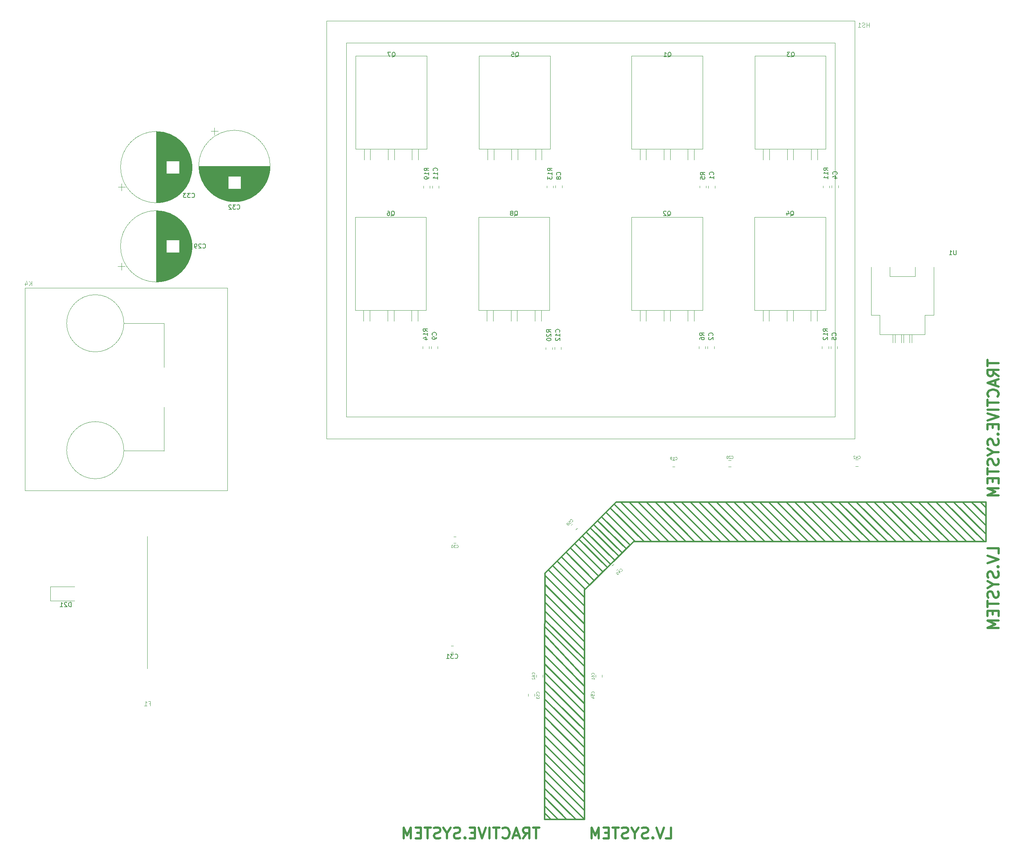
<source format=gbo>
%TF.GenerationSoftware,KiCad,Pcbnew,9.0.2*%
%TF.CreationDate,2025-12-27T14:45:29+07:00*%
%TF.ProjectId,Controller48V,436f6e74-726f-46c6-9c65-723438562e6b,rev?*%
%TF.SameCoordinates,Original*%
%TF.FileFunction,Legend,Bot*%
%TF.FilePolarity,Positive*%
%FSLAX46Y46*%
G04 Gerber Fmt 4.6, Leading zero omitted, Abs format (unit mm)*
G04 Created by KiCad (PCBNEW 9.0.2) date 2025-12-27 14:45:29*
%MOMM*%
%LPD*%
G01*
G04 APERTURE LIST*
%ADD10C,0.300000*%
%ADD11C,0.500000*%
%ADD12C,0.150000*%
%ADD13C,0.120000*%
%ADD14C,0.100000*%
G04 APERTURE END LIST*
D10*
X226345057Y-214307669D02*
X217378857Y-205341469D01*
X222306457Y-222282269D02*
X217378857Y-217341469D01*
X231500000Y-165000000D02*
X225065957Y-158654547D01*
X226323857Y-196028669D02*
X217323857Y-187028669D01*
X317500000Y-159165272D02*
X237500000Y-159149230D01*
X310984138Y-158984918D02*
X302158988Y-150157470D01*
X217302657Y-189421350D02*
X217380663Y-166319869D01*
X281072486Y-159119224D02*
X272104209Y-150148612D01*
X226409563Y-169889575D02*
X220128764Y-163608776D01*
X245476159Y-159111755D02*
X236507882Y-150141143D01*
X239846034Y-159185839D02*
X232184776Y-151505109D01*
X305000000Y-159097780D02*
X296062976Y-150144159D01*
X290987968Y-159002409D02*
X282141860Y-150153998D01*
X226345057Y-179944069D02*
X217378857Y-170977869D01*
X226290057Y-207994869D02*
X217323857Y-199028669D01*
X317500000Y-150148272D02*
X317500000Y-159165272D01*
X226345057Y-177820819D02*
X217378857Y-168854619D01*
X283090465Y-159126449D02*
X274122188Y-150155837D01*
X296940719Y-158992387D02*
X288083489Y-150142628D01*
X217302657Y-222333069D02*
X217302657Y-189421350D01*
X241576109Y-159150123D02*
X233106504Y-150678313D01*
X267286694Y-159137627D02*
X258318417Y-150167015D01*
X237779995Y-159100171D02*
X231237709Y-152556181D01*
X226319657Y-170079069D02*
X226319657Y-189421350D01*
X226323857Y-205994869D02*
X217357657Y-197028669D01*
X226345057Y-210307669D02*
X217378857Y-201341469D01*
X226340757Y-204011769D02*
X219357657Y-197028669D01*
X279116413Y-159145096D02*
X270148136Y-150174484D01*
X227442368Y-168925764D02*
X221095566Y-162594319D01*
X263290016Y-159121777D02*
X254321739Y-150151165D01*
X249397054Y-159155118D02*
X240428777Y-150184506D01*
X236576432Y-159818169D02*
X230228797Y-153557935D01*
X226319657Y-185908849D02*
X217378857Y-176977869D01*
X226319657Y-171810381D02*
X219134937Y-164615048D01*
X275119735Y-159129246D02*
X266151458Y-150158634D01*
X251353127Y-159129246D02*
X242384850Y-150158634D01*
X226345057Y-218307669D02*
X217378857Y-209341469D01*
X226340757Y-200011769D02*
X223357657Y-197028669D01*
X233557720Y-150132165D02*
X317500000Y-150148272D01*
X289071753Y-159118980D02*
X280103476Y-150148368D01*
X317459205Y-155430536D02*
X312190414Y-150160373D01*
X226319657Y-173783211D02*
X218127597Y-165603359D01*
X226311268Y-194004479D02*
X217336445Y-185052859D01*
X298958698Y-158999612D02*
X290136924Y-150175541D01*
X293005947Y-159009634D02*
X284101569Y-150141863D01*
X273163662Y-159155118D02*
X264195385Y-150184506D01*
X226298680Y-199980289D02*
X217323857Y-191028669D01*
X259323857Y-159126449D02*
X250355580Y-150155837D01*
X226345057Y-183944069D02*
X217378857Y-174977869D01*
X247494138Y-159118980D02*
X238525861Y-150148368D01*
X269242767Y-159111755D02*
X260274490Y-150141143D01*
X302922007Y-158984918D02*
X294108581Y-150169198D01*
X307046641Y-159099347D02*
X298094174Y-150144549D01*
X223272842Y-200959721D02*
X217336680Y-195023559D01*
X228466919Y-167946931D02*
X222146720Y-161610247D01*
X261333943Y-159147649D02*
X252365666Y-150177037D01*
X232302024Y-164270253D02*
X225892540Y-157949021D01*
X313157582Y-159147649D02*
X304157989Y-150145712D01*
X220325257Y-222282269D02*
X217378857Y-219341469D01*
X255349805Y-159145096D02*
X246381528Y-150174484D01*
X309028065Y-159010790D02*
X300177914Y-150158335D01*
X226319657Y-187549281D02*
X217328057Y-178537310D01*
X226345057Y-220307669D02*
X217378857Y-211341469D01*
X226345057Y-177944069D02*
X217378857Y-168977869D01*
X317500000Y-153429909D02*
X314252438Y-150181502D01*
X265307995Y-159129002D02*
X256339718Y-150158390D01*
X237508192Y-159149268D02*
X226387016Y-170079069D01*
X226345057Y-216307669D02*
X217378857Y-207341469D01*
X277137714Y-159136471D02*
X268169437Y-150165859D01*
X287053774Y-159111755D02*
X278085497Y-150141143D01*
X233150913Y-163312010D02*
X226741429Y-156990778D01*
X226340757Y-202011769D02*
X221357657Y-197028669D01*
X224287657Y-222256869D02*
X217378857Y-215341469D01*
X317069402Y-159036179D02*
X308140320Y-150146476D01*
X226345057Y-222307669D02*
X217378857Y-213341469D01*
X243520086Y-159137627D02*
X234551809Y-150167015D01*
X234049540Y-162389467D02*
X227655866Y-156083827D01*
X226345068Y-190028669D02*
X217315245Y-180298629D01*
X315102722Y-159093295D02*
X306194227Y-150182480D01*
X230483924Y-165997459D02*
X224134633Y-159621594D01*
X294984646Y-159018259D02*
X286120800Y-150152106D01*
X257305878Y-159119224D02*
X248337601Y-150148612D01*
X234851564Y-161659720D02*
X228442080Y-155338488D01*
X317500000Y-151410053D02*
X316270080Y-150179813D01*
X226311268Y-196004479D02*
X217336445Y-187052859D01*
X317500000Y-157491197D02*
X310168182Y-150157470D01*
X226319657Y-192080949D02*
X217315245Y-182647491D01*
X226319657Y-222333069D02*
X217302657Y-222333069D01*
X300965934Y-159010790D02*
X292156942Y-150199504D01*
X235700453Y-160701477D02*
X229290969Y-154380245D01*
X225261839Y-200943448D02*
X217332480Y-193077048D01*
X253371106Y-159136471D02*
X244402829Y-150165859D01*
X226345057Y-175820819D02*
X217378857Y-166854619D01*
X226345057Y-212307669D02*
X217378857Y-203341469D01*
X271260746Y-159118980D02*
X262292469Y-150148368D01*
X229559272Y-167049869D02*
X223091424Y-160554951D01*
X285097701Y-159137627D02*
X276129424Y-150167015D01*
X226319657Y-189421350D02*
X226319657Y-222333069D01*
X218698816Y-222333069D02*
X217409457Y-221042300D01*
X226323857Y-198028669D02*
X217323857Y-189028669D01*
X217370016Y-166319869D02*
X233557720Y-150132165D01*
X226345057Y-181944069D02*
X217378857Y-172977869D01*
D11*
X244828946Y-226630547D02*
X246019422Y-226630547D01*
X246019422Y-226630547D02*
X246019422Y-224130547D01*
X244352755Y-224130547D02*
X243519422Y-226630547D01*
X243519422Y-226630547D02*
X242686089Y-224130547D01*
X241852755Y-226392452D02*
X241733708Y-226511500D01*
X241733708Y-226511500D02*
X241852755Y-226630547D01*
X241852755Y-226630547D02*
X241971803Y-226511500D01*
X241971803Y-226511500D02*
X241852755Y-226392452D01*
X241852755Y-226392452D02*
X241852755Y-226630547D01*
X240781327Y-226511500D02*
X240424184Y-226630547D01*
X240424184Y-226630547D02*
X239828946Y-226630547D01*
X239828946Y-226630547D02*
X239590851Y-226511500D01*
X239590851Y-226511500D02*
X239471803Y-226392452D01*
X239471803Y-226392452D02*
X239352756Y-226154357D01*
X239352756Y-226154357D02*
X239352756Y-225916261D01*
X239352756Y-225916261D02*
X239471803Y-225678166D01*
X239471803Y-225678166D02*
X239590851Y-225559119D01*
X239590851Y-225559119D02*
X239828946Y-225440071D01*
X239828946Y-225440071D02*
X240305137Y-225321023D01*
X240305137Y-225321023D02*
X240543232Y-225201976D01*
X240543232Y-225201976D02*
X240662279Y-225082928D01*
X240662279Y-225082928D02*
X240781327Y-224844833D01*
X240781327Y-224844833D02*
X240781327Y-224606738D01*
X240781327Y-224606738D02*
X240662279Y-224368642D01*
X240662279Y-224368642D02*
X240543232Y-224249595D01*
X240543232Y-224249595D02*
X240305137Y-224130547D01*
X240305137Y-224130547D02*
X239709898Y-224130547D01*
X239709898Y-224130547D02*
X239352756Y-224249595D01*
X237805137Y-225440071D02*
X237805137Y-226630547D01*
X238638470Y-224130547D02*
X237805137Y-225440071D01*
X237805137Y-225440071D02*
X236971804Y-224130547D01*
X236257518Y-226511500D02*
X235900375Y-226630547D01*
X235900375Y-226630547D02*
X235305137Y-226630547D01*
X235305137Y-226630547D02*
X235067042Y-226511500D01*
X235067042Y-226511500D02*
X234947994Y-226392452D01*
X234947994Y-226392452D02*
X234828947Y-226154357D01*
X234828947Y-226154357D02*
X234828947Y-225916261D01*
X234828947Y-225916261D02*
X234947994Y-225678166D01*
X234947994Y-225678166D02*
X235067042Y-225559119D01*
X235067042Y-225559119D02*
X235305137Y-225440071D01*
X235305137Y-225440071D02*
X235781328Y-225321023D01*
X235781328Y-225321023D02*
X236019423Y-225201976D01*
X236019423Y-225201976D02*
X236138470Y-225082928D01*
X236138470Y-225082928D02*
X236257518Y-224844833D01*
X236257518Y-224844833D02*
X236257518Y-224606738D01*
X236257518Y-224606738D02*
X236138470Y-224368642D01*
X236138470Y-224368642D02*
X236019423Y-224249595D01*
X236019423Y-224249595D02*
X235781328Y-224130547D01*
X235781328Y-224130547D02*
X235186089Y-224130547D01*
X235186089Y-224130547D02*
X234828947Y-224249595D01*
X234114661Y-224130547D02*
X232686090Y-224130547D01*
X233400376Y-226630547D02*
X233400376Y-224130547D01*
X231852756Y-225321023D02*
X231019423Y-225321023D01*
X230662280Y-226630547D02*
X231852756Y-226630547D01*
X231852756Y-226630547D02*
X231852756Y-224130547D01*
X231852756Y-224130547D02*
X230662280Y-224130547D01*
X229590851Y-226630547D02*
X229590851Y-224130547D01*
X229590851Y-224130547D02*
X228757518Y-225916261D01*
X228757518Y-225916261D02*
X227924185Y-224130547D01*
X227924185Y-224130547D02*
X227924185Y-226630547D01*
X317880547Y-117839382D02*
X317880547Y-119267953D01*
X320380547Y-118553667D02*
X317880547Y-118553667D01*
X320380547Y-121529858D02*
X319190071Y-120696525D01*
X320380547Y-120101287D02*
X317880547Y-120101287D01*
X317880547Y-120101287D02*
X317880547Y-121053668D01*
X317880547Y-121053668D02*
X317999595Y-121291763D01*
X317999595Y-121291763D02*
X318118642Y-121410810D01*
X318118642Y-121410810D02*
X318356738Y-121529858D01*
X318356738Y-121529858D02*
X318713880Y-121529858D01*
X318713880Y-121529858D02*
X318951976Y-121410810D01*
X318951976Y-121410810D02*
X319071023Y-121291763D01*
X319071023Y-121291763D02*
X319190071Y-121053668D01*
X319190071Y-121053668D02*
X319190071Y-120101287D01*
X319666261Y-122482239D02*
X319666261Y-123672715D01*
X320380547Y-122244144D02*
X317880547Y-123077477D01*
X317880547Y-123077477D02*
X320380547Y-123910810D01*
X320142452Y-126172715D02*
X320261500Y-126053667D01*
X320261500Y-126053667D02*
X320380547Y-125696525D01*
X320380547Y-125696525D02*
X320380547Y-125458429D01*
X320380547Y-125458429D02*
X320261500Y-125101286D01*
X320261500Y-125101286D02*
X320023404Y-124863191D01*
X320023404Y-124863191D02*
X319785309Y-124744144D01*
X319785309Y-124744144D02*
X319309119Y-124625096D01*
X319309119Y-124625096D02*
X318951976Y-124625096D01*
X318951976Y-124625096D02*
X318475785Y-124744144D01*
X318475785Y-124744144D02*
X318237690Y-124863191D01*
X318237690Y-124863191D02*
X317999595Y-125101286D01*
X317999595Y-125101286D02*
X317880547Y-125458429D01*
X317880547Y-125458429D02*
X317880547Y-125696525D01*
X317880547Y-125696525D02*
X317999595Y-126053667D01*
X317999595Y-126053667D02*
X318118642Y-126172715D01*
X317880547Y-126887001D02*
X317880547Y-128315572D01*
X320380547Y-127601286D02*
X317880547Y-127601286D01*
X320380547Y-129148906D02*
X317880547Y-129148906D01*
X317880547Y-129982239D02*
X320380547Y-130815572D01*
X320380547Y-130815572D02*
X317880547Y-131648905D01*
X319071023Y-132482239D02*
X319071023Y-133315572D01*
X320380547Y-133672715D02*
X320380547Y-132482239D01*
X320380547Y-132482239D02*
X317880547Y-132482239D01*
X317880547Y-132482239D02*
X317880547Y-133672715D01*
X320142452Y-134744144D02*
X320261500Y-134863191D01*
X320261500Y-134863191D02*
X320380547Y-134744144D01*
X320380547Y-134744144D02*
X320261500Y-134625096D01*
X320261500Y-134625096D02*
X320142452Y-134744144D01*
X320142452Y-134744144D02*
X320380547Y-134744144D01*
X320261500Y-135815572D02*
X320380547Y-136172715D01*
X320380547Y-136172715D02*
X320380547Y-136767953D01*
X320380547Y-136767953D02*
X320261500Y-137006048D01*
X320261500Y-137006048D02*
X320142452Y-137125096D01*
X320142452Y-137125096D02*
X319904357Y-137244143D01*
X319904357Y-137244143D02*
X319666261Y-137244143D01*
X319666261Y-137244143D02*
X319428166Y-137125096D01*
X319428166Y-137125096D02*
X319309119Y-137006048D01*
X319309119Y-137006048D02*
X319190071Y-136767953D01*
X319190071Y-136767953D02*
X319071023Y-136291762D01*
X319071023Y-136291762D02*
X318951976Y-136053667D01*
X318951976Y-136053667D02*
X318832928Y-135934620D01*
X318832928Y-135934620D02*
X318594833Y-135815572D01*
X318594833Y-135815572D02*
X318356738Y-135815572D01*
X318356738Y-135815572D02*
X318118642Y-135934620D01*
X318118642Y-135934620D02*
X317999595Y-136053667D01*
X317999595Y-136053667D02*
X317880547Y-136291762D01*
X317880547Y-136291762D02*
X317880547Y-136887001D01*
X317880547Y-136887001D02*
X317999595Y-137244143D01*
X319190071Y-138791762D02*
X320380547Y-138791762D01*
X317880547Y-137958429D02*
X319190071Y-138791762D01*
X319190071Y-138791762D02*
X317880547Y-139625095D01*
X320261500Y-140339381D02*
X320380547Y-140696524D01*
X320380547Y-140696524D02*
X320380547Y-141291762D01*
X320380547Y-141291762D02*
X320261500Y-141529857D01*
X320261500Y-141529857D02*
X320142452Y-141648905D01*
X320142452Y-141648905D02*
X319904357Y-141767952D01*
X319904357Y-141767952D02*
X319666261Y-141767952D01*
X319666261Y-141767952D02*
X319428166Y-141648905D01*
X319428166Y-141648905D02*
X319309119Y-141529857D01*
X319309119Y-141529857D02*
X319190071Y-141291762D01*
X319190071Y-141291762D02*
X319071023Y-140815571D01*
X319071023Y-140815571D02*
X318951976Y-140577476D01*
X318951976Y-140577476D02*
X318832928Y-140458429D01*
X318832928Y-140458429D02*
X318594833Y-140339381D01*
X318594833Y-140339381D02*
X318356738Y-140339381D01*
X318356738Y-140339381D02*
X318118642Y-140458429D01*
X318118642Y-140458429D02*
X317999595Y-140577476D01*
X317999595Y-140577476D02*
X317880547Y-140815571D01*
X317880547Y-140815571D02*
X317880547Y-141410810D01*
X317880547Y-141410810D02*
X317999595Y-141767952D01*
X317880547Y-142482238D02*
X317880547Y-143910809D01*
X320380547Y-143196523D02*
X317880547Y-143196523D01*
X319071023Y-144744143D02*
X319071023Y-145577476D01*
X320380547Y-145934619D02*
X320380547Y-144744143D01*
X320380547Y-144744143D02*
X317880547Y-144744143D01*
X317880547Y-144744143D02*
X317880547Y-145934619D01*
X320380547Y-147006048D02*
X317880547Y-147006048D01*
X317880547Y-147006048D02*
X319666261Y-147839381D01*
X319666261Y-147839381D02*
X317880547Y-148672714D01*
X317880547Y-148672714D02*
X320380547Y-148672714D01*
X320380547Y-161893061D02*
X320380547Y-160702585D01*
X320380547Y-160702585D02*
X317880547Y-160702585D01*
X317880547Y-162369252D02*
X320380547Y-163202585D01*
X320380547Y-163202585D02*
X317880547Y-164035918D01*
X320142452Y-164869252D02*
X320261500Y-164988299D01*
X320261500Y-164988299D02*
X320380547Y-164869252D01*
X320380547Y-164869252D02*
X320261500Y-164750204D01*
X320261500Y-164750204D02*
X320142452Y-164869252D01*
X320142452Y-164869252D02*
X320380547Y-164869252D01*
X320261500Y-165940680D02*
X320380547Y-166297823D01*
X320380547Y-166297823D02*
X320380547Y-166893061D01*
X320380547Y-166893061D02*
X320261500Y-167131156D01*
X320261500Y-167131156D02*
X320142452Y-167250204D01*
X320142452Y-167250204D02*
X319904357Y-167369251D01*
X319904357Y-167369251D02*
X319666261Y-167369251D01*
X319666261Y-167369251D02*
X319428166Y-167250204D01*
X319428166Y-167250204D02*
X319309119Y-167131156D01*
X319309119Y-167131156D02*
X319190071Y-166893061D01*
X319190071Y-166893061D02*
X319071023Y-166416870D01*
X319071023Y-166416870D02*
X318951976Y-166178775D01*
X318951976Y-166178775D02*
X318832928Y-166059728D01*
X318832928Y-166059728D02*
X318594833Y-165940680D01*
X318594833Y-165940680D02*
X318356738Y-165940680D01*
X318356738Y-165940680D02*
X318118642Y-166059728D01*
X318118642Y-166059728D02*
X317999595Y-166178775D01*
X317999595Y-166178775D02*
X317880547Y-166416870D01*
X317880547Y-166416870D02*
X317880547Y-167012109D01*
X317880547Y-167012109D02*
X317999595Y-167369251D01*
X319190071Y-168916870D02*
X320380547Y-168916870D01*
X317880547Y-168083537D02*
X319190071Y-168916870D01*
X319190071Y-168916870D02*
X317880547Y-169750203D01*
X320261500Y-170464489D02*
X320380547Y-170821632D01*
X320380547Y-170821632D02*
X320380547Y-171416870D01*
X320380547Y-171416870D02*
X320261500Y-171654965D01*
X320261500Y-171654965D02*
X320142452Y-171774013D01*
X320142452Y-171774013D02*
X319904357Y-171893060D01*
X319904357Y-171893060D02*
X319666261Y-171893060D01*
X319666261Y-171893060D02*
X319428166Y-171774013D01*
X319428166Y-171774013D02*
X319309119Y-171654965D01*
X319309119Y-171654965D02*
X319190071Y-171416870D01*
X319190071Y-171416870D02*
X319071023Y-170940679D01*
X319071023Y-170940679D02*
X318951976Y-170702584D01*
X318951976Y-170702584D02*
X318832928Y-170583537D01*
X318832928Y-170583537D02*
X318594833Y-170464489D01*
X318594833Y-170464489D02*
X318356738Y-170464489D01*
X318356738Y-170464489D02*
X318118642Y-170583537D01*
X318118642Y-170583537D02*
X317999595Y-170702584D01*
X317999595Y-170702584D02*
X317880547Y-170940679D01*
X317880547Y-170940679D02*
X317880547Y-171535918D01*
X317880547Y-171535918D02*
X317999595Y-171893060D01*
X317880547Y-172607346D02*
X317880547Y-174035917D01*
X320380547Y-173321631D02*
X317880547Y-173321631D01*
X319071023Y-174869251D02*
X319071023Y-175702584D01*
X320380547Y-176059727D02*
X320380547Y-174869251D01*
X320380547Y-174869251D02*
X317880547Y-174869251D01*
X317880547Y-174869251D02*
X317880547Y-176059727D01*
X320380547Y-177131156D02*
X317880547Y-177131156D01*
X317880547Y-177131156D02*
X319666261Y-177964489D01*
X319666261Y-177964489D02*
X317880547Y-178797822D01*
X317880547Y-178797822D02*
X320380547Y-178797822D01*
X216070357Y-224130547D02*
X214641786Y-224130547D01*
X215356072Y-226630547D02*
X215356072Y-224130547D01*
X212379881Y-226630547D02*
X213213214Y-225440071D01*
X213808452Y-226630547D02*
X213808452Y-224130547D01*
X213808452Y-224130547D02*
X212856071Y-224130547D01*
X212856071Y-224130547D02*
X212617976Y-224249595D01*
X212617976Y-224249595D02*
X212498929Y-224368642D01*
X212498929Y-224368642D02*
X212379881Y-224606738D01*
X212379881Y-224606738D02*
X212379881Y-224963880D01*
X212379881Y-224963880D02*
X212498929Y-225201976D01*
X212498929Y-225201976D02*
X212617976Y-225321023D01*
X212617976Y-225321023D02*
X212856071Y-225440071D01*
X212856071Y-225440071D02*
X213808452Y-225440071D01*
X211427500Y-225916261D02*
X210237024Y-225916261D01*
X211665595Y-226630547D02*
X210832262Y-224130547D01*
X210832262Y-224130547D02*
X209998929Y-226630547D01*
X207737024Y-226392452D02*
X207856072Y-226511500D01*
X207856072Y-226511500D02*
X208213214Y-226630547D01*
X208213214Y-226630547D02*
X208451310Y-226630547D01*
X208451310Y-226630547D02*
X208808453Y-226511500D01*
X208808453Y-226511500D02*
X209046548Y-226273404D01*
X209046548Y-226273404D02*
X209165595Y-226035309D01*
X209165595Y-226035309D02*
X209284643Y-225559119D01*
X209284643Y-225559119D02*
X209284643Y-225201976D01*
X209284643Y-225201976D02*
X209165595Y-224725785D01*
X209165595Y-224725785D02*
X209046548Y-224487690D01*
X209046548Y-224487690D02*
X208808453Y-224249595D01*
X208808453Y-224249595D02*
X208451310Y-224130547D01*
X208451310Y-224130547D02*
X208213214Y-224130547D01*
X208213214Y-224130547D02*
X207856072Y-224249595D01*
X207856072Y-224249595D02*
X207737024Y-224368642D01*
X207022738Y-224130547D02*
X205594167Y-224130547D01*
X206308453Y-226630547D02*
X206308453Y-224130547D01*
X204760833Y-226630547D02*
X204760833Y-224130547D01*
X203927500Y-224130547D02*
X203094167Y-226630547D01*
X203094167Y-226630547D02*
X202260834Y-224130547D01*
X201427500Y-225321023D02*
X200594167Y-225321023D01*
X200237024Y-226630547D02*
X201427500Y-226630547D01*
X201427500Y-226630547D02*
X201427500Y-224130547D01*
X201427500Y-224130547D02*
X200237024Y-224130547D01*
X199165595Y-226392452D02*
X199046548Y-226511500D01*
X199046548Y-226511500D02*
X199165595Y-226630547D01*
X199165595Y-226630547D02*
X199284643Y-226511500D01*
X199284643Y-226511500D02*
X199165595Y-226392452D01*
X199165595Y-226392452D02*
X199165595Y-226630547D01*
X198094167Y-226511500D02*
X197737024Y-226630547D01*
X197737024Y-226630547D02*
X197141786Y-226630547D01*
X197141786Y-226630547D02*
X196903691Y-226511500D01*
X196903691Y-226511500D02*
X196784643Y-226392452D01*
X196784643Y-226392452D02*
X196665596Y-226154357D01*
X196665596Y-226154357D02*
X196665596Y-225916261D01*
X196665596Y-225916261D02*
X196784643Y-225678166D01*
X196784643Y-225678166D02*
X196903691Y-225559119D01*
X196903691Y-225559119D02*
X197141786Y-225440071D01*
X197141786Y-225440071D02*
X197617977Y-225321023D01*
X197617977Y-225321023D02*
X197856072Y-225201976D01*
X197856072Y-225201976D02*
X197975119Y-225082928D01*
X197975119Y-225082928D02*
X198094167Y-224844833D01*
X198094167Y-224844833D02*
X198094167Y-224606738D01*
X198094167Y-224606738D02*
X197975119Y-224368642D01*
X197975119Y-224368642D02*
X197856072Y-224249595D01*
X197856072Y-224249595D02*
X197617977Y-224130547D01*
X197617977Y-224130547D02*
X197022738Y-224130547D01*
X197022738Y-224130547D02*
X196665596Y-224249595D01*
X195117977Y-225440071D02*
X195117977Y-226630547D01*
X195951310Y-224130547D02*
X195117977Y-225440071D01*
X195117977Y-225440071D02*
X194284644Y-224130547D01*
X193570358Y-226511500D02*
X193213215Y-226630547D01*
X193213215Y-226630547D02*
X192617977Y-226630547D01*
X192617977Y-226630547D02*
X192379882Y-226511500D01*
X192379882Y-226511500D02*
X192260834Y-226392452D01*
X192260834Y-226392452D02*
X192141787Y-226154357D01*
X192141787Y-226154357D02*
X192141787Y-225916261D01*
X192141787Y-225916261D02*
X192260834Y-225678166D01*
X192260834Y-225678166D02*
X192379882Y-225559119D01*
X192379882Y-225559119D02*
X192617977Y-225440071D01*
X192617977Y-225440071D02*
X193094168Y-225321023D01*
X193094168Y-225321023D02*
X193332263Y-225201976D01*
X193332263Y-225201976D02*
X193451310Y-225082928D01*
X193451310Y-225082928D02*
X193570358Y-224844833D01*
X193570358Y-224844833D02*
X193570358Y-224606738D01*
X193570358Y-224606738D02*
X193451310Y-224368642D01*
X193451310Y-224368642D02*
X193332263Y-224249595D01*
X193332263Y-224249595D02*
X193094168Y-224130547D01*
X193094168Y-224130547D02*
X192498929Y-224130547D01*
X192498929Y-224130547D02*
X192141787Y-224249595D01*
X191427501Y-224130547D02*
X189998930Y-224130547D01*
X190713216Y-226630547D02*
X190713216Y-224130547D01*
X189165596Y-225321023D02*
X188332263Y-225321023D01*
X187975120Y-226630547D02*
X189165596Y-226630547D01*
X189165596Y-226630547D02*
X189165596Y-224130547D01*
X189165596Y-224130547D02*
X187975120Y-224130547D01*
X186903691Y-226630547D02*
X186903691Y-224130547D01*
X186903691Y-224130547D02*
X186070358Y-225916261D01*
X186070358Y-225916261D02*
X185237025Y-224130547D01*
X185237025Y-224130547D02*
X185237025Y-226630547D01*
D12*
X273264333Y-48993783D02*
X273359571Y-48946164D01*
X273359571Y-48946164D02*
X273454809Y-48850926D01*
X273454809Y-48850926D02*
X273597666Y-48708068D01*
X273597666Y-48708068D02*
X273692904Y-48660449D01*
X273692904Y-48660449D02*
X273788142Y-48660449D01*
X273740523Y-48898545D02*
X273835761Y-48850926D01*
X273835761Y-48850926D02*
X273930999Y-48755687D01*
X273930999Y-48755687D02*
X273978618Y-48565211D01*
X273978618Y-48565211D02*
X273978618Y-48231878D01*
X273978618Y-48231878D02*
X273930999Y-48041402D01*
X273930999Y-48041402D02*
X273835761Y-47946164D01*
X273835761Y-47946164D02*
X273740523Y-47898545D01*
X273740523Y-47898545D02*
X273550047Y-47898545D01*
X273550047Y-47898545D02*
X273454809Y-47946164D01*
X273454809Y-47946164D02*
X273359571Y-48041402D01*
X273359571Y-48041402D02*
X273311952Y-48231878D01*
X273311952Y-48231878D02*
X273311952Y-48565211D01*
X273311952Y-48565211D02*
X273359571Y-48755687D01*
X273359571Y-48755687D02*
X273454809Y-48850926D01*
X273454809Y-48850926D02*
X273550047Y-48898545D01*
X273550047Y-48898545D02*
X273740523Y-48898545D01*
X272978618Y-47898545D02*
X272359571Y-47898545D01*
X272359571Y-47898545D02*
X272692904Y-48279497D01*
X272692904Y-48279497D02*
X272550047Y-48279497D01*
X272550047Y-48279497D02*
X272454809Y-48327116D01*
X272454809Y-48327116D02*
X272407190Y-48374735D01*
X272407190Y-48374735D02*
X272359571Y-48469973D01*
X272359571Y-48469973D02*
X272359571Y-48708068D01*
X272359571Y-48708068D02*
X272407190Y-48803306D01*
X272407190Y-48803306D02*
X272454809Y-48850926D01*
X272454809Y-48850926D02*
X272550047Y-48898545D01*
X272550047Y-48898545D02*
X272835761Y-48898545D01*
X272835761Y-48898545D02*
X272930999Y-48850926D01*
X272930999Y-48850926D02*
X272978618Y-48803306D01*
X283426646Y-112333333D02*
X283474266Y-112285714D01*
X283474266Y-112285714D02*
X283521885Y-112142857D01*
X283521885Y-112142857D02*
X283521885Y-112047619D01*
X283521885Y-112047619D02*
X283474266Y-111904762D01*
X283474266Y-111904762D02*
X283379027Y-111809524D01*
X283379027Y-111809524D02*
X283283789Y-111761905D01*
X283283789Y-111761905D02*
X283093313Y-111714286D01*
X283093313Y-111714286D02*
X282950456Y-111714286D01*
X282950456Y-111714286D02*
X282759980Y-111761905D01*
X282759980Y-111761905D02*
X282664742Y-111809524D01*
X282664742Y-111809524D02*
X282569504Y-111904762D01*
X282569504Y-111904762D02*
X282521885Y-112047619D01*
X282521885Y-112047619D02*
X282521885Y-112142857D01*
X282521885Y-112142857D02*
X282569504Y-112285714D01*
X282569504Y-112285714D02*
X282617123Y-112333333D01*
X282521885Y-113238095D02*
X282521885Y-112761905D01*
X282521885Y-112761905D02*
X282998075Y-112714286D01*
X282998075Y-112714286D02*
X282950456Y-112761905D01*
X282950456Y-112761905D02*
X282902837Y-112857143D01*
X282902837Y-112857143D02*
X282902837Y-113095238D01*
X282902837Y-113095238D02*
X282950456Y-113190476D01*
X282950456Y-113190476D02*
X282998075Y-113238095D01*
X282998075Y-113238095D02*
X283093313Y-113285714D01*
X283093313Y-113285714D02*
X283331408Y-113285714D01*
X283331408Y-113285714D02*
X283426646Y-113238095D01*
X283426646Y-113238095D02*
X283474266Y-113190476D01*
X283474266Y-113190476D02*
X283521885Y-113095238D01*
X283521885Y-113095238D02*
X283521885Y-112857143D01*
X283521885Y-112857143D02*
X283474266Y-112761905D01*
X283474266Y-112761905D02*
X283426646Y-112714286D01*
D13*
X259697496Y-140214188D02*
X259726068Y-140242760D01*
X259726068Y-140242760D02*
X259811782Y-140271331D01*
X259811782Y-140271331D02*
X259868925Y-140271331D01*
X259868925Y-140271331D02*
X259954639Y-140242760D01*
X259954639Y-140242760D02*
X260011782Y-140185617D01*
X260011782Y-140185617D02*
X260040353Y-140128474D01*
X260040353Y-140128474D02*
X260068925Y-140014188D01*
X260068925Y-140014188D02*
X260068925Y-139928474D01*
X260068925Y-139928474D02*
X260040353Y-139814188D01*
X260040353Y-139814188D02*
X260011782Y-139757045D01*
X260011782Y-139757045D02*
X259954639Y-139699902D01*
X259954639Y-139699902D02*
X259868925Y-139671331D01*
X259868925Y-139671331D02*
X259811782Y-139671331D01*
X259811782Y-139671331D02*
X259726068Y-139699902D01*
X259726068Y-139699902D02*
X259697496Y-139728474D01*
X259468925Y-139728474D02*
X259440353Y-139699902D01*
X259440353Y-139699902D02*
X259383211Y-139671331D01*
X259383211Y-139671331D02*
X259240353Y-139671331D01*
X259240353Y-139671331D02*
X259183211Y-139699902D01*
X259183211Y-139699902D02*
X259154639Y-139728474D01*
X259154639Y-139728474D02*
X259126068Y-139785617D01*
X259126068Y-139785617D02*
X259126068Y-139842760D01*
X259126068Y-139842760D02*
X259154639Y-139928474D01*
X259154639Y-139928474D02*
X259497496Y-140271331D01*
X259497496Y-140271331D02*
X259126068Y-140271331D01*
X258754639Y-139671331D02*
X258697496Y-139671331D01*
X258697496Y-139671331D02*
X258640353Y-139699902D01*
X258640353Y-139699902D02*
X258611782Y-139728474D01*
X258611782Y-139728474D02*
X258583210Y-139785617D01*
X258583210Y-139785617D02*
X258554639Y-139899902D01*
X258554639Y-139899902D02*
X258554639Y-140042760D01*
X258554639Y-140042760D02*
X258583210Y-140157045D01*
X258583210Y-140157045D02*
X258611782Y-140214188D01*
X258611782Y-140214188D02*
X258640353Y-140242760D01*
X258640353Y-140242760D02*
X258697496Y-140271331D01*
X258697496Y-140271331D02*
X258754639Y-140271331D01*
X258754639Y-140271331D02*
X258811782Y-140242760D01*
X258811782Y-140242760D02*
X258840353Y-140214188D01*
X258840353Y-140214188D02*
X258868924Y-140157045D01*
X258868924Y-140157045D02*
X258897496Y-140042760D01*
X258897496Y-140042760D02*
X258897496Y-139899902D01*
X258897496Y-139899902D02*
X258868924Y-139785617D01*
X258868924Y-139785617D02*
X258840353Y-139728474D01*
X258840353Y-139728474D02*
X258811782Y-139699902D01*
X258811782Y-139699902D02*
X258754639Y-139671331D01*
D12*
X182614333Y-49008783D02*
X182709571Y-48961164D01*
X182709571Y-48961164D02*
X182804809Y-48865926D01*
X182804809Y-48865926D02*
X182947666Y-48723068D01*
X182947666Y-48723068D02*
X183042904Y-48675449D01*
X183042904Y-48675449D02*
X183138142Y-48675449D01*
X183090523Y-48913545D02*
X183185761Y-48865926D01*
X183185761Y-48865926D02*
X183280999Y-48770687D01*
X183280999Y-48770687D02*
X183328618Y-48580211D01*
X183328618Y-48580211D02*
X183328618Y-48246878D01*
X183328618Y-48246878D02*
X183280999Y-48056402D01*
X183280999Y-48056402D02*
X183185761Y-47961164D01*
X183185761Y-47961164D02*
X183090523Y-47913545D01*
X183090523Y-47913545D02*
X182900047Y-47913545D01*
X182900047Y-47913545D02*
X182804809Y-47961164D01*
X182804809Y-47961164D02*
X182709571Y-48056402D01*
X182709571Y-48056402D02*
X182661952Y-48246878D01*
X182661952Y-48246878D02*
X182661952Y-48580211D01*
X182661952Y-48580211D02*
X182709571Y-48770687D01*
X182709571Y-48770687D02*
X182804809Y-48865926D01*
X182804809Y-48865926D02*
X182900047Y-48913545D01*
X182900047Y-48913545D02*
X183090523Y-48913545D01*
X182328618Y-47913545D02*
X181661952Y-47913545D01*
X181661952Y-47913545D02*
X182090523Y-48913545D01*
X283602443Y-75653628D02*
X283650063Y-75606009D01*
X283650063Y-75606009D02*
X283697682Y-75463152D01*
X283697682Y-75463152D02*
X283697682Y-75367914D01*
X283697682Y-75367914D02*
X283650063Y-75225057D01*
X283650063Y-75225057D02*
X283554824Y-75129819D01*
X283554824Y-75129819D02*
X283459586Y-75082200D01*
X283459586Y-75082200D02*
X283269110Y-75034581D01*
X283269110Y-75034581D02*
X283126253Y-75034581D01*
X283126253Y-75034581D02*
X282935777Y-75082200D01*
X282935777Y-75082200D02*
X282840539Y-75129819D01*
X282840539Y-75129819D02*
X282745301Y-75225057D01*
X282745301Y-75225057D02*
X282697682Y-75367914D01*
X282697682Y-75367914D02*
X282697682Y-75463152D01*
X282697682Y-75463152D02*
X282745301Y-75606009D01*
X282745301Y-75606009D02*
X282792920Y-75653628D01*
X283031015Y-76510771D02*
X283697682Y-76510771D01*
X282650063Y-76272676D02*
X283364348Y-76034581D01*
X283364348Y-76034581D02*
X283364348Y-76653628D01*
X220859580Y-75833333D02*
X220907200Y-75785714D01*
X220907200Y-75785714D02*
X220954819Y-75642857D01*
X220954819Y-75642857D02*
X220954819Y-75547619D01*
X220954819Y-75547619D02*
X220907200Y-75404762D01*
X220907200Y-75404762D02*
X220811961Y-75309524D01*
X220811961Y-75309524D02*
X220716723Y-75261905D01*
X220716723Y-75261905D02*
X220526247Y-75214286D01*
X220526247Y-75214286D02*
X220383390Y-75214286D01*
X220383390Y-75214286D02*
X220192914Y-75261905D01*
X220192914Y-75261905D02*
X220097676Y-75309524D01*
X220097676Y-75309524D02*
X220002438Y-75404762D01*
X220002438Y-75404762D02*
X219954819Y-75547619D01*
X219954819Y-75547619D02*
X219954819Y-75642857D01*
X219954819Y-75642857D02*
X220002438Y-75785714D01*
X220002438Y-75785714D02*
X220050057Y-75833333D01*
X220383390Y-76404762D02*
X220335771Y-76309524D01*
X220335771Y-76309524D02*
X220288152Y-76261905D01*
X220288152Y-76261905D02*
X220192914Y-76214286D01*
X220192914Y-76214286D02*
X220145295Y-76214286D01*
X220145295Y-76214286D02*
X220050057Y-76261905D01*
X220050057Y-76261905D02*
X220002438Y-76309524D01*
X220002438Y-76309524D02*
X219954819Y-76404762D01*
X219954819Y-76404762D02*
X219954819Y-76595238D01*
X219954819Y-76595238D02*
X220002438Y-76690476D01*
X220002438Y-76690476D02*
X220050057Y-76738095D01*
X220050057Y-76738095D02*
X220145295Y-76785714D01*
X220145295Y-76785714D02*
X220192914Y-76785714D01*
X220192914Y-76785714D02*
X220288152Y-76738095D01*
X220288152Y-76738095D02*
X220335771Y-76690476D01*
X220335771Y-76690476D02*
X220383390Y-76595238D01*
X220383390Y-76595238D02*
X220383390Y-76404762D01*
X220383390Y-76404762D02*
X220431009Y-76309524D01*
X220431009Y-76309524D02*
X220478628Y-76261905D01*
X220478628Y-76261905D02*
X220573866Y-76214286D01*
X220573866Y-76214286D02*
X220764342Y-76214286D01*
X220764342Y-76214286D02*
X220859580Y-76261905D01*
X220859580Y-76261905D02*
X220907200Y-76309524D01*
X220907200Y-76309524D02*
X220954819Y-76404762D01*
X220954819Y-76404762D02*
X220954819Y-76595238D01*
X220954819Y-76595238D02*
X220907200Y-76690476D01*
X220907200Y-76690476D02*
X220859580Y-76738095D01*
X220859580Y-76738095D02*
X220764342Y-76785714D01*
X220764342Y-76785714D02*
X220573866Y-76785714D01*
X220573866Y-76785714D02*
X220478628Y-76738095D01*
X220478628Y-76738095D02*
X220431009Y-76690476D01*
X220431009Y-76690476D02*
X220383390Y-76595238D01*
X210658780Y-48992093D02*
X210754018Y-48944474D01*
X210754018Y-48944474D02*
X210849256Y-48849236D01*
X210849256Y-48849236D02*
X210992113Y-48706378D01*
X210992113Y-48706378D02*
X211087351Y-48658759D01*
X211087351Y-48658759D02*
X211182589Y-48658759D01*
X211134970Y-48896855D02*
X211230208Y-48849236D01*
X211230208Y-48849236D02*
X211325446Y-48753997D01*
X211325446Y-48753997D02*
X211373065Y-48563521D01*
X211373065Y-48563521D02*
X211373065Y-48230188D01*
X211373065Y-48230188D02*
X211325446Y-48039712D01*
X211325446Y-48039712D02*
X211230208Y-47944474D01*
X211230208Y-47944474D02*
X211134970Y-47896855D01*
X211134970Y-47896855D02*
X210944494Y-47896855D01*
X210944494Y-47896855D02*
X210849256Y-47944474D01*
X210849256Y-47944474D02*
X210754018Y-48039712D01*
X210754018Y-48039712D02*
X210706399Y-48230188D01*
X210706399Y-48230188D02*
X210706399Y-48563521D01*
X210706399Y-48563521D02*
X210754018Y-48753997D01*
X210754018Y-48753997D02*
X210849256Y-48849236D01*
X210849256Y-48849236D02*
X210944494Y-48896855D01*
X210944494Y-48896855D02*
X211134970Y-48896855D01*
X209801637Y-47896855D02*
X210277827Y-47896855D01*
X210277827Y-47896855D02*
X210325446Y-48373045D01*
X210325446Y-48373045D02*
X210277827Y-48325426D01*
X210277827Y-48325426D02*
X210182589Y-48277807D01*
X210182589Y-48277807D02*
X209944494Y-48277807D01*
X209944494Y-48277807D02*
X209849256Y-48325426D01*
X209849256Y-48325426D02*
X209801637Y-48373045D01*
X209801637Y-48373045D02*
X209754018Y-48468283D01*
X209754018Y-48468283D02*
X209754018Y-48706378D01*
X209754018Y-48706378D02*
X209801637Y-48801616D01*
X209801637Y-48801616D02*
X209849256Y-48849236D01*
X209849256Y-48849236D02*
X209944494Y-48896855D01*
X209944494Y-48896855D02*
X210182589Y-48896855D01*
X210182589Y-48896855D02*
X210277827Y-48849236D01*
X210277827Y-48849236D02*
X210325446Y-48801616D01*
X139642857Y-92359580D02*
X139690476Y-92407200D01*
X139690476Y-92407200D02*
X139833333Y-92454819D01*
X139833333Y-92454819D02*
X139928571Y-92454819D01*
X139928571Y-92454819D02*
X140071428Y-92407200D01*
X140071428Y-92407200D02*
X140166666Y-92311961D01*
X140166666Y-92311961D02*
X140214285Y-92216723D01*
X140214285Y-92216723D02*
X140261904Y-92026247D01*
X140261904Y-92026247D02*
X140261904Y-91883390D01*
X140261904Y-91883390D02*
X140214285Y-91692914D01*
X140214285Y-91692914D02*
X140166666Y-91597676D01*
X140166666Y-91597676D02*
X140071428Y-91502438D01*
X140071428Y-91502438D02*
X139928571Y-91454819D01*
X139928571Y-91454819D02*
X139833333Y-91454819D01*
X139833333Y-91454819D02*
X139690476Y-91502438D01*
X139690476Y-91502438D02*
X139642857Y-91550057D01*
X139261904Y-91550057D02*
X139214285Y-91502438D01*
X139214285Y-91502438D02*
X139119047Y-91454819D01*
X139119047Y-91454819D02*
X138880952Y-91454819D01*
X138880952Y-91454819D02*
X138785714Y-91502438D01*
X138785714Y-91502438D02*
X138738095Y-91550057D01*
X138738095Y-91550057D02*
X138690476Y-91645295D01*
X138690476Y-91645295D02*
X138690476Y-91740533D01*
X138690476Y-91740533D02*
X138738095Y-91883390D01*
X138738095Y-91883390D02*
X139309523Y-92454819D01*
X139309523Y-92454819D02*
X138690476Y-92454819D01*
X138214285Y-92454819D02*
X138023809Y-92454819D01*
X138023809Y-92454819D02*
X137928571Y-92407200D01*
X137928571Y-92407200D02*
X137880952Y-92359580D01*
X137880952Y-92359580D02*
X137785714Y-92216723D01*
X137785714Y-92216723D02*
X137738095Y-92026247D01*
X137738095Y-92026247D02*
X137738095Y-91645295D01*
X137738095Y-91645295D02*
X137785714Y-91550057D01*
X137785714Y-91550057D02*
X137833333Y-91502438D01*
X137833333Y-91502438D02*
X137928571Y-91454819D01*
X137928571Y-91454819D02*
X138119047Y-91454819D01*
X138119047Y-91454819D02*
X138214285Y-91502438D01*
X138214285Y-91502438D02*
X138261904Y-91550057D01*
X138261904Y-91550057D02*
X138309523Y-91645295D01*
X138309523Y-91645295D02*
X138309523Y-91883390D01*
X138309523Y-91883390D02*
X138261904Y-91978628D01*
X138261904Y-91978628D02*
X138214285Y-92026247D01*
X138214285Y-92026247D02*
X138119047Y-92073866D01*
X138119047Y-92073866D02*
X137928571Y-92073866D01*
X137928571Y-92073866D02*
X137833333Y-92026247D01*
X137833333Y-92026247D02*
X137785714Y-91978628D01*
X137785714Y-91978628D02*
X137738095Y-91883390D01*
D13*
X215964188Y-193677357D02*
X215992760Y-193648785D01*
X215992760Y-193648785D02*
X216021331Y-193563071D01*
X216021331Y-193563071D02*
X216021331Y-193505928D01*
X216021331Y-193505928D02*
X215992760Y-193420214D01*
X215992760Y-193420214D02*
X215935617Y-193363071D01*
X215935617Y-193363071D02*
X215878474Y-193334500D01*
X215878474Y-193334500D02*
X215764188Y-193305928D01*
X215764188Y-193305928D02*
X215678474Y-193305928D01*
X215678474Y-193305928D02*
X215564188Y-193334500D01*
X215564188Y-193334500D02*
X215507045Y-193363071D01*
X215507045Y-193363071D02*
X215449902Y-193420214D01*
X215449902Y-193420214D02*
X215421331Y-193505928D01*
X215421331Y-193505928D02*
X215421331Y-193563071D01*
X215421331Y-193563071D02*
X215449902Y-193648785D01*
X215449902Y-193648785D02*
X215478474Y-193677357D01*
X215421331Y-194220214D02*
X215421331Y-193934500D01*
X215421331Y-193934500D02*
X215707045Y-193905928D01*
X215707045Y-193905928D02*
X215678474Y-193934500D01*
X215678474Y-193934500D02*
X215649902Y-193991643D01*
X215649902Y-193991643D02*
X215649902Y-194134500D01*
X215649902Y-194134500D02*
X215678474Y-194191643D01*
X215678474Y-194191643D02*
X215707045Y-194220214D01*
X215707045Y-194220214D02*
X215764188Y-194248785D01*
X215764188Y-194248785D02*
X215907045Y-194248785D01*
X215907045Y-194248785D02*
X215964188Y-194220214D01*
X215964188Y-194220214D02*
X215992760Y-194191643D01*
X215992760Y-194191643D02*
X216021331Y-194134500D01*
X216021331Y-194134500D02*
X216021331Y-193991643D01*
X216021331Y-193991643D02*
X215992760Y-193934500D01*
X215992760Y-193934500D02*
X215964188Y-193905928D01*
X215421331Y-194448786D02*
X215421331Y-194820214D01*
X215421331Y-194820214D02*
X215649902Y-194620214D01*
X215649902Y-194620214D02*
X215649902Y-194705929D01*
X215649902Y-194705929D02*
X215678474Y-194763072D01*
X215678474Y-194763072D02*
X215707045Y-194791643D01*
X215707045Y-194791643D02*
X215764188Y-194820214D01*
X215764188Y-194820214D02*
X215907045Y-194820214D01*
X215907045Y-194820214D02*
X215964188Y-194791643D01*
X215964188Y-194791643D02*
X215992760Y-194763072D01*
X215992760Y-194763072D02*
X216021331Y-194705929D01*
X216021331Y-194705929D02*
X216021331Y-194534500D01*
X216021331Y-194534500D02*
X215992760Y-194477357D01*
X215992760Y-194477357D02*
X215964188Y-194448786D01*
D12*
X190690155Y-111354257D02*
X190213964Y-111020924D01*
X190690155Y-110782829D02*
X189690155Y-110782829D01*
X189690155Y-110782829D02*
X189690155Y-111163781D01*
X189690155Y-111163781D02*
X189737774Y-111259019D01*
X189737774Y-111259019D02*
X189785393Y-111306638D01*
X189785393Y-111306638D02*
X189880631Y-111354257D01*
X189880631Y-111354257D02*
X190023488Y-111354257D01*
X190023488Y-111354257D02*
X190118726Y-111306638D01*
X190118726Y-111306638D02*
X190166345Y-111259019D01*
X190166345Y-111259019D02*
X190213964Y-111163781D01*
X190213964Y-111163781D02*
X190213964Y-110782829D01*
X190690155Y-112306638D02*
X190690155Y-111735210D01*
X190690155Y-112020924D02*
X189690155Y-112020924D01*
X189690155Y-112020924D02*
X189833012Y-111925686D01*
X189833012Y-111925686D02*
X189928250Y-111830448D01*
X189928250Y-111830448D02*
X189975869Y-111735210D01*
X190023488Y-113163781D02*
X190690155Y-113163781D01*
X189642536Y-112925686D02*
X190356821Y-112687591D01*
X190356821Y-112687591D02*
X190356821Y-113306638D01*
X253646158Y-75830055D02*
X253169967Y-75496722D01*
X253646158Y-75258627D02*
X252646158Y-75258627D01*
X252646158Y-75258627D02*
X252646158Y-75639579D01*
X252646158Y-75639579D02*
X252693777Y-75734817D01*
X252693777Y-75734817D02*
X252741396Y-75782436D01*
X252741396Y-75782436D02*
X252836634Y-75830055D01*
X252836634Y-75830055D02*
X252979491Y-75830055D01*
X252979491Y-75830055D02*
X253074729Y-75782436D01*
X253074729Y-75782436D02*
X253122348Y-75734817D01*
X253122348Y-75734817D02*
X253169967Y-75639579D01*
X253169967Y-75639579D02*
X253169967Y-75258627D01*
X252646158Y-76734817D02*
X252646158Y-76258627D01*
X252646158Y-76258627D02*
X253122348Y-76211008D01*
X253122348Y-76211008D02*
X253074729Y-76258627D01*
X253074729Y-76258627D02*
X253027110Y-76353865D01*
X253027110Y-76353865D02*
X253027110Y-76591960D01*
X253027110Y-76591960D02*
X253074729Y-76687198D01*
X253074729Y-76687198D02*
X253122348Y-76734817D01*
X253122348Y-76734817D02*
X253217586Y-76782436D01*
X253217586Y-76782436D02*
X253455681Y-76782436D01*
X253455681Y-76782436D02*
X253550919Y-76734817D01*
X253550919Y-76734817D02*
X253598539Y-76687198D01*
X253598539Y-76687198D02*
X253646158Y-76591960D01*
X253646158Y-76591960D02*
X253646158Y-76353865D01*
X253646158Y-76353865D02*
X253598539Y-76258627D01*
X253598539Y-76258627D02*
X253550919Y-76211008D01*
X310761904Y-92954819D02*
X310761904Y-93764342D01*
X310761904Y-93764342D02*
X310714285Y-93859580D01*
X310714285Y-93859580D02*
X310666666Y-93907200D01*
X310666666Y-93907200D02*
X310571428Y-93954819D01*
X310571428Y-93954819D02*
X310380952Y-93954819D01*
X310380952Y-93954819D02*
X310285714Y-93907200D01*
X310285714Y-93907200D02*
X310238095Y-93859580D01*
X310238095Y-93859580D02*
X310190476Y-93764342D01*
X310190476Y-93764342D02*
X310190476Y-92954819D01*
X309190476Y-93954819D02*
X309761904Y-93954819D01*
X309476190Y-93954819D02*
X309476190Y-92954819D01*
X309476190Y-92954819D02*
X309571428Y-93097676D01*
X309571428Y-93097676D02*
X309666666Y-93192914D01*
X309666666Y-93192914D02*
X309761904Y-93240533D01*
D13*
X214964188Y-189293977D02*
X214992760Y-189265405D01*
X214992760Y-189265405D02*
X215021331Y-189179691D01*
X215021331Y-189179691D02*
X215021331Y-189122548D01*
X215021331Y-189122548D02*
X214992760Y-189036834D01*
X214992760Y-189036834D02*
X214935617Y-188979691D01*
X214935617Y-188979691D02*
X214878474Y-188951120D01*
X214878474Y-188951120D02*
X214764188Y-188922548D01*
X214764188Y-188922548D02*
X214678474Y-188922548D01*
X214678474Y-188922548D02*
X214564188Y-188951120D01*
X214564188Y-188951120D02*
X214507045Y-188979691D01*
X214507045Y-188979691D02*
X214449902Y-189036834D01*
X214449902Y-189036834D02*
X214421331Y-189122548D01*
X214421331Y-189122548D02*
X214421331Y-189179691D01*
X214421331Y-189179691D02*
X214449902Y-189265405D01*
X214449902Y-189265405D02*
X214478474Y-189293977D01*
X214421331Y-189808263D02*
X214421331Y-189693977D01*
X214421331Y-189693977D02*
X214449902Y-189636834D01*
X214449902Y-189636834D02*
X214478474Y-189608263D01*
X214478474Y-189608263D02*
X214564188Y-189551120D01*
X214564188Y-189551120D02*
X214678474Y-189522548D01*
X214678474Y-189522548D02*
X214907045Y-189522548D01*
X214907045Y-189522548D02*
X214964188Y-189551120D01*
X214964188Y-189551120D02*
X214992760Y-189579691D01*
X214992760Y-189579691D02*
X215021331Y-189636834D01*
X215021331Y-189636834D02*
X215021331Y-189751120D01*
X215021331Y-189751120D02*
X214992760Y-189808263D01*
X214992760Y-189808263D02*
X214964188Y-189836834D01*
X214964188Y-189836834D02*
X214907045Y-189865405D01*
X214907045Y-189865405D02*
X214764188Y-189865405D01*
X214764188Y-189865405D02*
X214707045Y-189836834D01*
X214707045Y-189836834D02*
X214678474Y-189808263D01*
X214678474Y-189808263D02*
X214649902Y-189751120D01*
X214649902Y-189751120D02*
X214649902Y-189636834D01*
X214649902Y-189636834D02*
X214678474Y-189579691D01*
X214678474Y-189579691D02*
X214707045Y-189551120D01*
X214707045Y-189551120D02*
X214764188Y-189522548D01*
X214478474Y-190093977D02*
X214449902Y-190122549D01*
X214449902Y-190122549D02*
X214421331Y-190179692D01*
X214421331Y-190179692D02*
X214421331Y-190322549D01*
X214421331Y-190322549D02*
X214449902Y-190379692D01*
X214449902Y-190379692D02*
X214478474Y-190408263D01*
X214478474Y-190408263D02*
X214535617Y-190436834D01*
X214535617Y-190436834D02*
X214592760Y-190436834D01*
X214592760Y-190436834D02*
X214678474Y-190408263D01*
X214678474Y-190408263D02*
X215021331Y-190065406D01*
X215021331Y-190065406D02*
X215021331Y-190436834D01*
D12*
X255594979Y-75745947D02*
X255642599Y-75698328D01*
X255642599Y-75698328D02*
X255690218Y-75555471D01*
X255690218Y-75555471D02*
X255690218Y-75460233D01*
X255690218Y-75460233D02*
X255642599Y-75317376D01*
X255642599Y-75317376D02*
X255547360Y-75222138D01*
X255547360Y-75222138D02*
X255452122Y-75174519D01*
X255452122Y-75174519D02*
X255261646Y-75126900D01*
X255261646Y-75126900D02*
X255118789Y-75126900D01*
X255118789Y-75126900D02*
X254928313Y-75174519D01*
X254928313Y-75174519D02*
X254833075Y-75222138D01*
X254833075Y-75222138D02*
X254737837Y-75317376D01*
X254737837Y-75317376D02*
X254690218Y-75460233D01*
X254690218Y-75460233D02*
X254690218Y-75555471D01*
X254690218Y-75555471D02*
X254737837Y-75698328D01*
X254737837Y-75698328D02*
X254785456Y-75745947D01*
X255690218Y-76698328D02*
X255690218Y-76126900D01*
X255690218Y-76412614D02*
X254690218Y-76412614D01*
X254690218Y-76412614D02*
X254833075Y-76317376D01*
X254833075Y-76317376D02*
X254928313Y-76222138D01*
X254928313Y-76222138D02*
X254975932Y-76126900D01*
X245264333Y-48993783D02*
X245359571Y-48946164D01*
X245359571Y-48946164D02*
X245454809Y-48850926D01*
X245454809Y-48850926D02*
X245597666Y-48708068D01*
X245597666Y-48708068D02*
X245692904Y-48660449D01*
X245692904Y-48660449D02*
X245788142Y-48660449D01*
X245740523Y-48898545D02*
X245835761Y-48850926D01*
X245835761Y-48850926D02*
X245930999Y-48755687D01*
X245930999Y-48755687D02*
X245978618Y-48565211D01*
X245978618Y-48565211D02*
X245978618Y-48231878D01*
X245978618Y-48231878D02*
X245930999Y-48041402D01*
X245930999Y-48041402D02*
X245835761Y-47946164D01*
X245835761Y-47946164D02*
X245740523Y-47898545D01*
X245740523Y-47898545D02*
X245550047Y-47898545D01*
X245550047Y-47898545D02*
X245454809Y-47946164D01*
X245454809Y-47946164D02*
X245359571Y-48041402D01*
X245359571Y-48041402D02*
X245311952Y-48231878D01*
X245311952Y-48231878D02*
X245311952Y-48565211D01*
X245311952Y-48565211D02*
X245359571Y-48755687D01*
X245359571Y-48755687D02*
X245454809Y-48850926D01*
X245454809Y-48850926D02*
X245550047Y-48898545D01*
X245550047Y-48898545D02*
X245740523Y-48898545D01*
X244359571Y-48898545D02*
X244930999Y-48898545D01*
X244645285Y-48898545D02*
X244645285Y-47898545D01*
X244645285Y-47898545D02*
X244740523Y-48041402D01*
X244740523Y-48041402D02*
X244835761Y-48136640D01*
X244835761Y-48136640D02*
X244930999Y-48184259D01*
X109714285Y-173954819D02*
X109714285Y-172954819D01*
X109714285Y-172954819D02*
X109476190Y-172954819D01*
X109476190Y-172954819D02*
X109333333Y-173002438D01*
X109333333Y-173002438D02*
X109238095Y-173097676D01*
X109238095Y-173097676D02*
X109190476Y-173192914D01*
X109190476Y-173192914D02*
X109142857Y-173383390D01*
X109142857Y-173383390D02*
X109142857Y-173526247D01*
X109142857Y-173526247D02*
X109190476Y-173716723D01*
X109190476Y-173716723D02*
X109238095Y-173811961D01*
X109238095Y-173811961D02*
X109333333Y-173907200D01*
X109333333Y-173907200D02*
X109476190Y-173954819D01*
X109476190Y-173954819D02*
X109714285Y-173954819D01*
X108761904Y-173050057D02*
X108714285Y-173002438D01*
X108714285Y-173002438D02*
X108619047Y-172954819D01*
X108619047Y-172954819D02*
X108380952Y-172954819D01*
X108380952Y-172954819D02*
X108285714Y-173002438D01*
X108285714Y-173002438D02*
X108238095Y-173050057D01*
X108238095Y-173050057D02*
X108190476Y-173145295D01*
X108190476Y-173145295D02*
X108190476Y-173240533D01*
X108190476Y-173240533D02*
X108238095Y-173383390D01*
X108238095Y-173383390D02*
X108809523Y-173954819D01*
X108809523Y-173954819D02*
X108190476Y-173954819D01*
X107238095Y-173954819D02*
X107809523Y-173954819D01*
X107523809Y-173954819D02*
X107523809Y-172954819D01*
X107523809Y-172954819D02*
X107619047Y-173097676D01*
X107619047Y-173097676D02*
X107714285Y-173192914D01*
X107714285Y-173192914D02*
X107809523Y-173240533D01*
D13*
X246970714Y-140464188D02*
X246999286Y-140492760D01*
X246999286Y-140492760D02*
X247085000Y-140521331D01*
X247085000Y-140521331D02*
X247142143Y-140521331D01*
X247142143Y-140521331D02*
X247227857Y-140492760D01*
X247227857Y-140492760D02*
X247285000Y-140435617D01*
X247285000Y-140435617D02*
X247313571Y-140378474D01*
X247313571Y-140378474D02*
X247342143Y-140264188D01*
X247342143Y-140264188D02*
X247342143Y-140178474D01*
X247342143Y-140178474D02*
X247313571Y-140064188D01*
X247313571Y-140064188D02*
X247285000Y-140007045D01*
X247285000Y-140007045D02*
X247227857Y-139949902D01*
X247227857Y-139949902D02*
X247142143Y-139921331D01*
X247142143Y-139921331D02*
X247085000Y-139921331D01*
X247085000Y-139921331D02*
X246999286Y-139949902D01*
X246999286Y-139949902D02*
X246970714Y-139978474D01*
X246399286Y-140521331D02*
X246742143Y-140521331D01*
X246570714Y-140521331D02*
X246570714Y-139921331D01*
X246570714Y-139921331D02*
X246627857Y-140007045D01*
X246627857Y-140007045D02*
X246685000Y-140064188D01*
X246685000Y-140064188D02*
X246742143Y-140092760D01*
X246113571Y-140521331D02*
X245999285Y-140521331D01*
X245999285Y-140521331D02*
X245942142Y-140492760D01*
X245942142Y-140492760D02*
X245913571Y-140464188D01*
X245913571Y-140464188D02*
X245856428Y-140378474D01*
X245856428Y-140378474D02*
X245827857Y-140264188D01*
X245827857Y-140264188D02*
X245827857Y-140035617D01*
X245827857Y-140035617D02*
X245856428Y-139978474D01*
X245856428Y-139978474D02*
X245885000Y-139949902D01*
X245885000Y-139949902D02*
X245942142Y-139921331D01*
X245942142Y-139921331D02*
X246056428Y-139921331D01*
X246056428Y-139921331D02*
X246113571Y-139949902D01*
X246113571Y-139949902D02*
X246142142Y-139978474D01*
X246142142Y-139978474D02*
X246170714Y-140035617D01*
X246170714Y-140035617D02*
X246170714Y-140178474D01*
X246170714Y-140178474D02*
X246142142Y-140235617D01*
X246142142Y-140235617D02*
X246113571Y-140264188D01*
X246113571Y-140264188D02*
X246056428Y-140292760D01*
X246056428Y-140292760D02*
X245942142Y-140292760D01*
X245942142Y-140292760D02*
X245885000Y-140264188D01*
X245885000Y-140264188D02*
X245856428Y-140235617D01*
X245856428Y-140235617D02*
X245827857Y-140178474D01*
D12*
X218723019Y-111569710D02*
X218246828Y-111236377D01*
X218723019Y-110998282D02*
X217723019Y-110998282D01*
X217723019Y-110998282D02*
X217723019Y-111379234D01*
X217723019Y-111379234D02*
X217770638Y-111474472D01*
X217770638Y-111474472D02*
X217818257Y-111522091D01*
X217818257Y-111522091D02*
X217913495Y-111569710D01*
X217913495Y-111569710D02*
X218056352Y-111569710D01*
X218056352Y-111569710D02*
X218151590Y-111522091D01*
X218151590Y-111522091D02*
X218199209Y-111474472D01*
X218199209Y-111474472D02*
X218246828Y-111379234D01*
X218246828Y-111379234D02*
X218246828Y-110998282D01*
X217818257Y-111950663D02*
X217770638Y-111998282D01*
X217770638Y-111998282D02*
X217723019Y-112093520D01*
X217723019Y-112093520D02*
X217723019Y-112331615D01*
X217723019Y-112331615D02*
X217770638Y-112426853D01*
X217770638Y-112426853D02*
X217818257Y-112474472D01*
X217818257Y-112474472D02*
X217913495Y-112522091D01*
X217913495Y-112522091D02*
X218008733Y-112522091D01*
X218008733Y-112522091D02*
X218151590Y-112474472D01*
X218151590Y-112474472D02*
X218723019Y-111903044D01*
X218723019Y-111903044D02*
X218723019Y-112522091D01*
X217723019Y-113141139D02*
X217723019Y-113236377D01*
X217723019Y-113236377D02*
X217770638Y-113331615D01*
X217770638Y-113331615D02*
X217818257Y-113379234D01*
X217818257Y-113379234D02*
X217913495Y-113426853D01*
X217913495Y-113426853D02*
X218103971Y-113474472D01*
X218103971Y-113474472D02*
X218342066Y-113474472D01*
X218342066Y-113474472D02*
X218532542Y-113426853D01*
X218532542Y-113426853D02*
X218627780Y-113379234D01*
X218627780Y-113379234D02*
X218675400Y-113331615D01*
X218675400Y-113331615D02*
X218723019Y-113236377D01*
X218723019Y-113236377D02*
X218723019Y-113141139D01*
X218723019Y-113141139D02*
X218675400Y-113045901D01*
X218675400Y-113045901D02*
X218627780Y-112998282D01*
X218627780Y-112998282D02*
X218532542Y-112950663D01*
X218532542Y-112950663D02*
X218342066Y-112903044D01*
X218342066Y-112903044D02*
X218103971Y-112903044D01*
X218103971Y-112903044D02*
X217913495Y-112950663D01*
X217913495Y-112950663D02*
X217818257Y-112998282D01*
X217818257Y-112998282D02*
X217770638Y-113045901D01*
X217770638Y-113045901D02*
X217723019Y-113141139D01*
D13*
X223424195Y-154628712D02*
X223464601Y-154628712D01*
X223464601Y-154628712D02*
X223545413Y-154588306D01*
X223545413Y-154588306D02*
X223585820Y-154547900D01*
X223585820Y-154547900D02*
X223626226Y-154467088D01*
X223626226Y-154467088D02*
X223626226Y-154386276D01*
X223626226Y-154386276D02*
X223606023Y-154325666D01*
X223606023Y-154325666D02*
X223545413Y-154224651D01*
X223545413Y-154224651D02*
X223484804Y-154164042D01*
X223484804Y-154164042D02*
X223383789Y-154103433D01*
X223383789Y-154103433D02*
X223323180Y-154083230D01*
X223323180Y-154083230D02*
X223242368Y-154083230D01*
X223242368Y-154083230D02*
X223161556Y-154123636D01*
X223161556Y-154123636D02*
X223121149Y-154164042D01*
X223121149Y-154164042D02*
X223080743Y-154244854D01*
X223080743Y-154244854D02*
X223080743Y-154285260D01*
X222656479Y-154628712D02*
X222858510Y-154426682D01*
X222858510Y-154426682D02*
X223080743Y-154608509D01*
X223080743Y-154608509D02*
X223040337Y-154608509D01*
X223040337Y-154608509D02*
X222979728Y-154628712D01*
X222979728Y-154628712D02*
X222878713Y-154729727D01*
X222878713Y-154729727D02*
X222858510Y-154790337D01*
X222858510Y-154790337D02*
X222858510Y-154830743D01*
X222858510Y-154830743D02*
X222878713Y-154891352D01*
X222878713Y-154891352D02*
X222979728Y-154992367D01*
X222979728Y-154992367D02*
X223040337Y-155012570D01*
X223040337Y-155012570D02*
X223080743Y-155012570D01*
X223080743Y-155012570D02*
X223141352Y-154992367D01*
X223141352Y-154992367D02*
X223242368Y-154891352D01*
X223242368Y-154891352D02*
X223262571Y-154830743D01*
X223262571Y-154830743D02*
X223262571Y-154790337D01*
X222373636Y-154911555D02*
X222333230Y-154951961D01*
X222333230Y-154951961D02*
X222313027Y-155012570D01*
X222313027Y-155012570D02*
X222313027Y-155052977D01*
X222313027Y-155052977D02*
X222333230Y-155113586D01*
X222333230Y-155113586D02*
X222393839Y-155214601D01*
X222393839Y-155214601D02*
X222494855Y-155315616D01*
X222494855Y-155315616D02*
X222595870Y-155376225D01*
X222595870Y-155376225D02*
X222656479Y-155396428D01*
X222656479Y-155396428D02*
X222696885Y-155396428D01*
X222696885Y-155396428D02*
X222757494Y-155376225D01*
X222757494Y-155376225D02*
X222797900Y-155335819D01*
X222797900Y-155335819D02*
X222818103Y-155275210D01*
X222818103Y-155275210D02*
X222818103Y-155234804D01*
X222818103Y-155234804D02*
X222797900Y-155174195D01*
X222797900Y-155174195D02*
X222737291Y-155073180D01*
X222737291Y-155073180D02*
X222636276Y-154972164D01*
X222636276Y-154972164D02*
X222535261Y-154911555D01*
X222535261Y-154911555D02*
X222474651Y-154891352D01*
X222474651Y-154891352D02*
X222434245Y-154891352D01*
X222434245Y-154891352D02*
X222373636Y-154911555D01*
D12*
X220637773Y-111533961D02*
X220685393Y-111486342D01*
X220685393Y-111486342D02*
X220733012Y-111343485D01*
X220733012Y-111343485D02*
X220733012Y-111248247D01*
X220733012Y-111248247D02*
X220685393Y-111105390D01*
X220685393Y-111105390D02*
X220590154Y-111010152D01*
X220590154Y-111010152D02*
X220494916Y-110962533D01*
X220494916Y-110962533D02*
X220304440Y-110914914D01*
X220304440Y-110914914D02*
X220161583Y-110914914D01*
X220161583Y-110914914D02*
X219971107Y-110962533D01*
X219971107Y-110962533D02*
X219875869Y-111010152D01*
X219875869Y-111010152D02*
X219780631Y-111105390D01*
X219780631Y-111105390D02*
X219733012Y-111248247D01*
X219733012Y-111248247D02*
X219733012Y-111343485D01*
X219733012Y-111343485D02*
X219780631Y-111486342D01*
X219780631Y-111486342D02*
X219828250Y-111533961D01*
X220733012Y-112486342D02*
X220733012Y-111914914D01*
X220733012Y-112200628D02*
X219733012Y-112200628D01*
X219733012Y-112200628D02*
X219875869Y-112105390D01*
X219875869Y-112105390D02*
X219971107Y-112010152D01*
X219971107Y-112010152D02*
X220018726Y-111914914D01*
X219828250Y-112867295D02*
X219780631Y-112914914D01*
X219780631Y-112914914D02*
X219733012Y-113010152D01*
X219733012Y-113010152D02*
X219733012Y-113248247D01*
X219733012Y-113248247D02*
X219780631Y-113343485D01*
X219780631Y-113343485D02*
X219828250Y-113391104D01*
X219828250Y-113391104D02*
X219923488Y-113438723D01*
X219923488Y-113438723D02*
X220018726Y-113438723D01*
X220018726Y-113438723D02*
X220161583Y-113391104D01*
X220161583Y-113391104D02*
X220733012Y-112819676D01*
X220733012Y-112819676D02*
X220733012Y-113438723D01*
D13*
X197235714Y-160464188D02*
X197264286Y-160492760D01*
X197264286Y-160492760D02*
X197350000Y-160521331D01*
X197350000Y-160521331D02*
X197407143Y-160521331D01*
X197407143Y-160521331D02*
X197492857Y-160492760D01*
X197492857Y-160492760D02*
X197550000Y-160435617D01*
X197550000Y-160435617D02*
X197578571Y-160378474D01*
X197578571Y-160378474D02*
X197607143Y-160264188D01*
X197607143Y-160264188D02*
X197607143Y-160178474D01*
X197607143Y-160178474D02*
X197578571Y-160064188D01*
X197578571Y-160064188D02*
X197550000Y-160007045D01*
X197550000Y-160007045D02*
X197492857Y-159949902D01*
X197492857Y-159949902D02*
X197407143Y-159921331D01*
X197407143Y-159921331D02*
X197350000Y-159921331D01*
X197350000Y-159921331D02*
X197264286Y-159949902D01*
X197264286Y-159949902D02*
X197235714Y-159978474D01*
X197035714Y-159921331D02*
X196664286Y-159921331D01*
X196664286Y-159921331D02*
X196864286Y-160149902D01*
X196864286Y-160149902D02*
X196778571Y-160149902D01*
X196778571Y-160149902D02*
X196721429Y-160178474D01*
X196721429Y-160178474D02*
X196692857Y-160207045D01*
X196692857Y-160207045D02*
X196664286Y-160264188D01*
X196664286Y-160264188D02*
X196664286Y-160407045D01*
X196664286Y-160407045D02*
X196692857Y-160464188D01*
X196692857Y-160464188D02*
X196721429Y-160492760D01*
X196721429Y-160492760D02*
X196778571Y-160521331D01*
X196778571Y-160521331D02*
X196950000Y-160521331D01*
X196950000Y-160521331D02*
X197007143Y-160492760D01*
X197007143Y-160492760D02*
X197035714Y-160464188D01*
X196292857Y-159921331D02*
X196235714Y-159921331D01*
X196235714Y-159921331D02*
X196178571Y-159949902D01*
X196178571Y-159949902D02*
X196150000Y-159978474D01*
X196150000Y-159978474D02*
X196121428Y-160035617D01*
X196121428Y-160035617D02*
X196092857Y-160149902D01*
X196092857Y-160149902D02*
X196092857Y-160292760D01*
X196092857Y-160292760D02*
X196121428Y-160407045D01*
X196121428Y-160407045D02*
X196150000Y-160464188D01*
X196150000Y-160464188D02*
X196178571Y-160492760D01*
X196178571Y-160492760D02*
X196235714Y-160521331D01*
X196235714Y-160521331D02*
X196292857Y-160521331D01*
X196292857Y-160521331D02*
X196350000Y-160492760D01*
X196350000Y-160492760D02*
X196378571Y-160464188D01*
X196378571Y-160464188D02*
X196407142Y-160407045D01*
X196407142Y-160407045D02*
X196435714Y-160292760D01*
X196435714Y-160292760D02*
X196435714Y-160149902D01*
X196435714Y-160149902D02*
X196407142Y-160035617D01*
X196407142Y-160035617D02*
X196378571Y-159978474D01*
X196378571Y-159978474D02*
X196350000Y-159949902D01*
X196350000Y-159949902D02*
X196292857Y-159921331D01*
D12*
X218954819Y-74857142D02*
X218478628Y-74523809D01*
X218954819Y-74285714D02*
X217954819Y-74285714D01*
X217954819Y-74285714D02*
X217954819Y-74666666D01*
X217954819Y-74666666D02*
X218002438Y-74761904D01*
X218002438Y-74761904D02*
X218050057Y-74809523D01*
X218050057Y-74809523D02*
X218145295Y-74857142D01*
X218145295Y-74857142D02*
X218288152Y-74857142D01*
X218288152Y-74857142D02*
X218383390Y-74809523D01*
X218383390Y-74809523D02*
X218431009Y-74761904D01*
X218431009Y-74761904D02*
X218478628Y-74666666D01*
X218478628Y-74666666D02*
X218478628Y-74285714D01*
X218954819Y-75809523D02*
X218954819Y-75238095D01*
X218954819Y-75523809D02*
X217954819Y-75523809D01*
X217954819Y-75523809D02*
X218097676Y-75428571D01*
X218097676Y-75428571D02*
X218192914Y-75333333D01*
X218192914Y-75333333D02*
X218240533Y-75238095D01*
X217954819Y-76142857D02*
X217954819Y-76761904D01*
X217954819Y-76761904D02*
X218335771Y-76428571D01*
X218335771Y-76428571D02*
X218335771Y-76571428D01*
X218335771Y-76571428D02*
X218383390Y-76666666D01*
X218383390Y-76666666D02*
X218431009Y-76714285D01*
X218431009Y-76714285D02*
X218526247Y-76761904D01*
X218526247Y-76761904D02*
X218764342Y-76761904D01*
X218764342Y-76761904D02*
X218859580Y-76714285D01*
X218859580Y-76714285D02*
X218907200Y-76666666D01*
X218907200Y-76666666D02*
X218954819Y-76571428D01*
X218954819Y-76571428D02*
X218954819Y-76285714D01*
X218954819Y-76285714D02*
X218907200Y-76190476D01*
X218907200Y-76190476D02*
X218859580Y-76142857D01*
X192859580Y-74857142D02*
X192907200Y-74809523D01*
X192907200Y-74809523D02*
X192954819Y-74666666D01*
X192954819Y-74666666D02*
X192954819Y-74571428D01*
X192954819Y-74571428D02*
X192907200Y-74428571D01*
X192907200Y-74428571D02*
X192811961Y-74333333D01*
X192811961Y-74333333D02*
X192716723Y-74285714D01*
X192716723Y-74285714D02*
X192526247Y-74238095D01*
X192526247Y-74238095D02*
X192383390Y-74238095D01*
X192383390Y-74238095D02*
X192192914Y-74285714D01*
X192192914Y-74285714D02*
X192097676Y-74333333D01*
X192097676Y-74333333D02*
X192002438Y-74428571D01*
X192002438Y-74428571D02*
X191954819Y-74571428D01*
X191954819Y-74571428D02*
X191954819Y-74666666D01*
X191954819Y-74666666D02*
X192002438Y-74809523D01*
X192002438Y-74809523D02*
X192050057Y-74857142D01*
X192954819Y-75809523D02*
X192954819Y-75238095D01*
X192954819Y-75523809D02*
X191954819Y-75523809D01*
X191954819Y-75523809D02*
X192097676Y-75428571D01*
X192097676Y-75428571D02*
X192192914Y-75333333D01*
X192192914Y-75333333D02*
X192240533Y-75238095D01*
X192954819Y-76761904D02*
X192954819Y-76190476D01*
X192954819Y-76476190D02*
X191954819Y-76476190D01*
X191954819Y-76476190D02*
X192097676Y-76380952D01*
X192097676Y-76380952D02*
X192192914Y-76285714D01*
X192192914Y-76285714D02*
X192240533Y-76190476D01*
X182419095Y-85123726D02*
X182514333Y-85076107D01*
X182514333Y-85076107D02*
X182609571Y-84980869D01*
X182609571Y-84980869D02*
X182752428Y-84838011D01*
X182752428Y-84838011D02*
X182847666Y-84790392D01*
X182847666Y-84790392D02*
X182942904Y-84790392D01*
X182895285Y-85028488D02*
X182990523Y-84980869D01*
X182990523Y-84980869D02*
X183085761Y-84885630D01*
X183085761Y-84885630D02*
X183133380Y-84695154D01*
X183133380Y-84695154D02*
X183133380Y-84361821D01*
X183133380Y-84361821D02*
X183085761Y-84171345D01*
X183085761Y-84171345D02*
X182990523Y-84076107D01*
X182990523Y-84076107D02*
X182895285Y-84028488D01*
X182895285Y-84028488D02*
X182704809Y-84028488D01*
X182704809Y-84028488D02*
X182609571Y-84076107D01*
X182609571Y-84076107D02*
X182514333Y-84171345D01*
X182514333Y-84171345D02*
X182466714Y-84361821D01*
X182466714Y-84361821D02*
X182466714Y-84695154D01*
X182466714Y-84695154D02*
X182514333Y-84885630D01*
X182514333Y-84885630D02*
X182609571Y-84980869D01*
X182609571Y-84980869D02*
X182704809Y-85028488D01*
X182704809Y-85028488D02*
X182895285Y-85028488D01*
X181609571Y-84028488D02*
X181800047Y-84028488D01*
X181800047Y-84028488D02*
X181895285Y-84076107D01*
X181895285Y-84076107D02*
X181942904Y-84123726D01*
X181942904Y-84123726D02*
X182038142Y-84266583D01*
X182038142Y-84266583D02*
X182085761Y-84457059D01*
X182085761Y-84457059D02*
X182085761Y-84838011D01*
X182085761Y-84838011D02*
X182038142Y-84933249D01*
X182038142Y-84933249D02*
X181990523Y-84980869D01*
X181990523Y-84980869D02*
X181895285Y-85028488D01*
X181895285Y-85028488D02*
X181704809Y-85028488D01*
X181704809Y-85028488D02*
X181609571Y-84980869D01*
X181609571Y-84980869D02*
X181561952Y-84933249D01*
X181561952Y-84933249D02*
X181514333Y-84838011D01*
X181514333Y-84838011D02*
X181514333Y-84599916D01*
X181514333Y-84599916D02*
X181561952Y-84504678D01*
X181561952Y-84504678D02*
X181609571Y-84457059D01*
X181609571Y-84457059D02*
X181704809Y-84409440D01*
X181704809Y-84409440D02*
X181895285Y-84409440D01*
X181895285Y-84409440D02*
X181990523Y-84457059D01*
X181990523Y-84457059D02*
X182038142Y-84504678D01*
X182038142Y-84504678D02*
X182085761Y-84599916D01*
X137142857Y-80859580D02*
X137190476Y-80907200D01*
X137190476Y-80907200D02*
X137333333Y-80954819D01*
X137333333Y-80954819D02*
X137428571Y-80954819D01*
X137428571Y-80954819D02*
X137571428Y-80907200D01*
X137571428Y-80907200D02*
X137666666Y-80811961D01*
X137666666Y-80811961D02*
X137714285Y-80716723D01*
X137714285Y-80716723D02*
X137761904Y-80526247D01*
X137761904Y-80526247D02*
X137761904Y-80383390D01*
X137761904Y-80383390D02*
X137714285Y-80192914D01*
X137714285Y-80192914D02*
X137666666Y-80097676D01*
X137666666Y-80097676D02*
X137571428Y-80002438D01*
X137571428Y-80002438D02*
X137428571Y-79954819D01*
X137428571Y-79954819D02*
X137333333Y-79954819D01*
X137333333Y-79954819D02*
X137190476Y-80002438D01*
X137190476Y-80002438D02*
X137142857Y-80050057D01*
X136809523Y-79954819D02*
X136190476Y-79954819D01*
X136190476Y-79954819D02*
X136523809Y-80335771D01*
X136523809Y-80335771D02*
X136380952Y-80335771D01*
X136380952Y-80335771D02*
X136285714Y-80383390D01*
X136285714Y-80383390D02*
X136238095Y-80431009D01*
X136238095Y-80431009D02*
X136190476Y-80526247D01*
X136190476Y-80526247D02*
X136190476Y-80764342D01*
X136190476Y-80764342D02*
X136238095Y-80859580D01*
X136238095Y-80859580D02*
X136285714Y-80907200D01*
X136285714Y-80907200D02*
X136380952Y-80954819D01*
X136380952Y-80954819D02*
X136666666Y-80954819D01*
X136666666Y-80954819D02*
X136761904Y-80907200D01*
X136761904Y-80907200D02*
X136809523Y-80859580D01*
X135857142Y-79954819D02*
X135238095Y-79954819D01*
X135238095Y-79954819D02*
X135571428Y-80335771D01*
X135571428Y-80335771D02*
X135428571Y-80335771D01*
X135428571Y-80335771D02*
X135333333Y-80383390D01*
X135333333Y-80383390D02*
X135285714Y-80431009D01*
X135285714Y-80431009D02*
X135238095Y-80526247D01*
X135238095Y-80526247D02*
X135238095Y-80764342D01*
X135238095Y-80764342D02*
X135285714Y-80859580D01*
X135285714Y-80859580D02*
X135333333Y-80907200D01*
X135333333Y-80907200D02*
X135428571Y-80954819D01*
X135428571Y-80954819D02*
X135714285Y-80954819D01*
X135714285Y-80954819D02*
X135809523Y-80907200D01*
X135809523Y-80907200D02*
X135857142Y-80859580D01*
D13*
X228464188Y-189364285D02*
X228492760Y-189335713D01*
X228492760Y-189335713D02*
X228521331Y-189249999D01*
X228521331Y-189249999D02*
X228521331Y-189192856D01*
X228521331Y-189192856D02*
X228492760Y-189107142D01*
X228492760Y-189107142D02*
X228435617Y-189049999D01*
X228435617Y-189049999D02*
X228378474Y-189021428D01*
X228378474Y-189021428D02*
X228264188Y-188992856D01*
X228264188Y-188992856D02*
X228178474Y-188992856D01*
X228178474Y-188992856D02*
X228064188Y-189021428D01*
X228064188Y-189021428D02*
X228007045Y-189049999D01*
X228007045Y-189049999D02*
X227949902Y-189107142D01*
X227949902Y-189107142D02*
X227921331Y-189192856D01*
X227921331Y-189192856D02*
X227921331Y-189249999D01*
X227921331Y-189249999D02*
X227949902Y-189335713D01*
X227949902Y-189335713D02*
X227978474Y-189364285D01*
X227921331Y-189878571D02*
X227921331Y-189764285D01*
X227921331Y-189764285D02*
X227949902Y-189707142D01*
X227949902Y-189707142D02*
X227978474Y-189678571D01*
X227978474Y-189678571D02*
X228064188Y-189621428D01*
X228064188Y-189621428D02*
X228178474Y-189592856D01*
X228178474Y-189592856D02*
X228407045Y-189592856D01*
X228407045Y-189592856D02*
X228464188Y-189621428D01*
X228464188Y-189621428D02*
X228492760Y-189649999D01*
X228492760Y-189649999D02*
X228521331Y-189707142D01*
X228521331Y-189707142D02*
X228521331Y-189821428D01*
X228521331Y-189821428D02*
X228492760Y-189878571D01*
X228492760Y-189878571D02*
X228464188Y-189907142D01*
X228464188Y-189907142D02*
X228407045Y-189935713D01*
X228407045Y-189935713D02*
X228264188Y-189935713D01*
X228264188Y-189935713D02*
X228207045Y-189907142D01*
X228207045Y-189907142D02*
X228178474Y-189878571D01*
X228178474Y-189878571D02*
X228149902Y-189821428D01*
X228149902Y-189821428D02*
X228149902Y-189707142D01*
X228149902Y-189707142D02*
X228178474Y-189649999D01*
X228178474Y-189649999D02*
X228207045Y-189621428D01*
X228207045Y-189621428D02*
X228264188Y-189592856D01*
X228521331Y-190507142D02*
X228521331Y-190164285D01*
X228521331Y-190335714D02*
X227921331Y-190335714D01*
X227921331Y-190335714D02*
X228007045Y-190278571D01*
X228007045Y-190278571D02*
X228064188Y-190221428D01*
X228064188Y-190221428D02*
X228092760Y-190164285D01*
X228464188Y-193614285D02*
X228492760Y-193585713D01*
X228492760Y-193585713D02*
X228521331Y-193499999D01*
X228521331Y-193499999D02*
X228521331Y-193442856D01*
X228521331Y-193442856D02*
X228492760Y-193357142D01*
X228492760Y-193357142D02*
X228435617Y-193299999D01*
X228435617Y-193299999D02*
X228378474Y-193271428D01*
X228378474Y-193271428D02*
X228264188Y-193242856D01*
X228264188Y-193242856D02*
X228178474Y-193242856D01*
X228178474Y-193242856D02*
X228064188Y-193271428D01*
X228064188Y-193271428D02*
X228007045Y-193299999D01*
X228007045Y-193299999D02*
X227949902Y-193357142D01*
X227949902Y-193357142D02*
X227921331Y-193442856D01*
X227921331Y-193442856D02*
X227921331Y-193499999D01*
X227921331Y-193499999D02*
X227949902Y-193585713D01*
X227949902Y-193585713D02*
X227978474Y-193614285D01*
X227921331Y-194157142D02*
X227921331Y-193871428D01*
X227921331Y-193871428D02*
X228207045Y-193842856D01*
X228207045Y-193842856D02*
X228178474Y-193871428D01*
X228178474Y-193871428D02*
X228149902Y-193928571D01*
X228149902Y-193928571D02*
X228149902Y-194071428D01*
X228149902Y-194071428D02*
X228178474Y-194128571D01*
X228178474Y-194128571D02*
X228207045Y-194157142D01*
X228207045Y-194157142D02*
X228264188Y-194185713D01*
X228264188Y-194185713D02*
X228407045Y-194185713D01*
X228407045Y-194185713D02*
X228464188Y-194157142D01*
X228464188Y-194157142D02*
X228492760Y-194128571D01*
X228492760Y-194128571D02*
X228521331Y-194071428D01*
X228521331Y-194071428D02*
X228521331Y-193928571D01*
X228521331Y-193928571D02*
X228492760Y-193871428D01*
X228492760Y-193871428D02*
X228464188Y-193842856D01*
X228121331Y-194700000D02*
X228521331Y-194700000D01*
X227892760Y-194557142D02*
X228321331Y-194414285D01*
X228321331Y-194414285D02*
X228321331Y-194785714D01*
D12*
X192640657Y-112223683D02*
X192688277Y-112176064D01*
X192688277Y-112176064D02*
X192735896Y-112033207D01*
X192735896Y-112033207D02*
X192735896Y-111937969D01*
X192735896Y-111937969D02*
X192688277Y-111795112D01*
X192688277Y-111795112D02*
X192593038Y-111699874D01*
X192593038Y-111699874D02*
X192497800Y-111652255D01*
X192497800Y-111652255D02*
X192307324Y-111604636D01*
X192307324Y-111604636D02*
X192164467Y-111604636D01*
X192164467Y-111604636D02*
X191973991Y-111652255D01*
X191973991Y-111652255D02*
X191878753Y-111699874D01*
X191878753Y-111699874D02*
X191783515Y-111795112D01*
X191783515Y-111795112D02*
X191735896Y-111937969D01*
X191735896Y-111937969D02*
X191735896Y-112033207D01*
X191735896Y-112033207D02*
X191783515Y-112176064D01*
X191783515Y-112176064D02*
X191831134Y-112223683D01*
X192735896Y-112699874D02*
X192735896Y-112890350D01*
X192735896Y-112890350D02*
X192688277Y-112985588D01*
X192688277Y-112985588D02*
X192640657Y-113033207D01*
X192640657Y-113033207D02*
X192497800Y-113128445D01*
X192497800Y-113128445D02*
X192307324Y-113176064D01*
X192307324Y-113176064D02*
X191926372Y-113176064D01*
X191926372Y-113176064D02*
X191831134Y-113128445D01*
X191831134Y-113128445D02*
X191783515Y-113080826D01*
X191783515Y-113080826D02*
X191735896Y-112985588D01*
X191735896Y-112985588D02*
X191735896Y-112795112D01*
X191735896Y-112795112D02*
X191783515Y-112699874D01*
X191783515Y-112699874D02*
X191831134Y-112652255D01*
X191831134Y-112652255D02*
X191926372Y-112604636D01*
X191926372Y-112604636D02*
X192164467Y-112604636D01*
X192164467Y-112604636D02*
X192259705Y-112652255D01*
X192259705Y-112652255D02*
X192307324Y-112699874D01*
X192307324Y-112699874D02*
X192354943Y-112795112D01*
X192354943Y-112795112D02*
X192354943Y-112985588D01*
X192354943Y-112985588D02*
X192307324Y-113080826D01*
X192307324Y-113080826D02*
X192259705Y-113128445D01*
X192259705Y-113128445D02*
X192164467Y-113176064D01*
D13*
X288575714Y-140214188D02*
X288604286Y-140242760D01*
X288604286Y-140242760D02*
X288690000Y-140271331D01*
X288690000Y-140271331D02*
X288747143Y-140271331D01*
X288747143Y-140271331D02*
X288832857Y-140242760D01*
X288832857Y-140242760D02*
X288890000Y-140185617D01*
X288890000Y-140185617D02*
X288918571Y-140128474D01*
X288918571Y-140128474D02*
X288947143Y-140014188D01*
X288947143Y-140014188D02*
X288947143Y-139928474D01*
X288947143Y-139928474D02*
X288918571Y-139814188D01*
X288918571Y-139814188D02*
X288890000Y-139757045D01*
X288890000Y-139757045D02*
X288832857Y-139699902D01*
X288832857Y-139699902D02*
X288747143Y-139671331D01*
X288747143Y-139671331D02*
X288690000Y-139671331D01*
X288690000Y-139671331D02*
X288604286Y-139699902D01*
X288604286Y-139699902D02*
X288575714Y-139728474D01*
X288061429Y-139871331D02*
X288061429Y-140271331D01*
X288204286Y-139642760D02*
X288347143Y-140071331D01*
X288347143Y-140071331D02*
X287975714Y-140071331D01*
X287775714Y-139728474D02*
X287747142Y-139699902D01*
X287747142Y-139699902D02*
X287690000Y-139671331D01*
X287690000Y-139671331D02*
X287547142Y-139671331D01*
X287547142Y-139671331D02*
X287490000Y-139699902D01*
X287490000Y-139699902D02*
X287461428Y-139728474D01*
X287461428Y-139728474D02*
X287432857Y-139785617D01*
X287432857Y-139785617D02*
X287432857Y-139842760D01*
X287432857Y-139842760D02*
X287461428Y-139928474D01*
X287461428Y-139928474D02*
X287804285Y-140271331D01*
X287804285Y-140271331D02*
X287432857Y-140271331D01*
D14*
X100738094Y-100957419D02*
X100738094Y-99957419D01*
X100166666Y-100957419D02*
X100595237Y-100385990D01*
X100166666Y-99957419D02*
X100738094Y-100528847D01*
X99309523Y-100290752D02*
X99309523Y-100957419D01*
X99547618Y-99909800D02*
X99785713Y-100624085D01*
X99785713Y-100624085D02*
X99166666Y-100624085D01*
D12*
X253521885Y-112333333D02*
X253045694Y-112000000D01*
X253521885Y-111761905D02*
X252521885Y-111761905D01*
X252521885Y-111761905D02*
X252521885Y-112142857D01*
X252521885Y-112142857D02*
X252569504Y-112238095D01*
X252569504Y-112238095D02*
X252617123Y-112285714D01*
X252617123Y-112285714D02*
X252712361Y-112333333D01*
X252712361Y-112333333D02*
X252855218Y-112333333D01*
X252855218Y-112333333D02*
X252950456Y-112285714D01*
X252950456Y-112285714D02*
X252998075Y-112238095D01*
X252998075Y-112238095D02*
X253045694Y-112142857D01*
X253045694Y-112142857D02*
X253045694Y-111761905D01*
X252521885Y-113190476D02*
X252521885Y-113000000D01*
X252521885Y-113000000D02*
X252569504Y-112904762D01*
X252569504Y-112904762D02*
X252617123Y-112857143D01*
X252617123Y-112857143D02*
X252759980Y-112761905D01*
X252759980Y-112761905D02*
X252950456Y-112714286D01*
X252950456Y-112714286D02*
X253331408Y-112714286D01*
X253331408Y-112714286D02*
X253426646Y-112761905D01*
X253426646Y-112761905D02*
X253474266Y-112809524D01*
X253474266Y-112809524D02*
X253521885Y-112904762D01*
X253521885Y-112904762D02*
X253521885Y-113095238D01*
X253521885Y-113095238D02*
X253474266Y-113190476D01*
X253474266Y-113190476D02*
X253426646Y-113238095D01*
X253426646Y-113238095D02*
X253331408Y-113285714D01*
X253331408Y-113285714D02*
X253093313Y-113285714D01*
X253093313Y-113285714D02*
X252998075Y-113238095D01*
X252998075Y-113238095D02*
X252950456Y-113190476D01*
X252950456Y-113190476D02*
X252902837Y-113095238D01*
X252902837Y-113095238D02*
X252902837Y-112904762D01*
X252902837Y-112904762D02*
X252950456Y-112809524D01*
X252950456Y-112809524D02*
X252998075Y-112761905D01*
X252998075Y-112761905D02*
X253093313Y-112714286D01*
X273119095Y-85108726D02*
X273214333Y-85061107D01*
X273214333Y-85061107D02*
X273309571Y-84965869D01*
X273309571Y-84965869D02*
X273452428Y-84823011D01*
X273452428Y-84823011D02*
X273547666Y-84775392D01*
X273547666Y-84775392D02*
X273642904Y-84775392D01*
X273595285Y-85013488D02*
X273690523Y-84965869D01*
X273690523Y-84965869D02*
X273785761Y-84870630D01*
X273785761Y-84870630D02*
X273833380Y-84680154D01*
X273833380Y-84680154D02*
X273833380Y-84346821D01*
X273833380Y-84346821D02*
X273785761Y-84156345D01*
X273785761Y-84156345D02*
X273690523Y-84061107D01*
X273690523Y-84061107D02*
X273595285Y-84013488D01*
X273595285Y-84013488D02*
X273404809Y-84013488D01*
X273404809Y-84013488D02*
X273309571Y-84061107D01*
X273309571Y-84061107D02*
X273214333Y-84156345D01*
X273214333Y-84156345D02*
X273166714Y-84346821D01*
X273166714Y-84346821D02*
X273166714Y-84680154D01*
X273166714Y-84680154D02*
X273214333Y-84870630D01*
X273214333Y-84870630D02*
X273309571Y-84965869D01*
X273309571Y-84965869D02*
X273404809Y-85013488D01*
X273404809Y-85013488D02*
X273595285Y-85013488D01*
X272309571Y-84346821D02*
X272309571Y-85013488D01*
X272547666Y-83965869D02*
X272785761Y-84680154D01*
X272785761Y-84680154D02*
X272166714Y-84680154D01*
D14*
X290988094Y-42207419D02*
X290988094Y-41207419D01*
X290988094Y-41683609D02*
X290416666Y-41683609D01*
X290416666Y-42207419D02*
X290416666Y-41207419D01*
X289988094Y-42159800D02*
X289845237Y-42207419D01*
X289845237Y-42207419D02*
X289607142Y-42207419D01*
X289607142Y-42207419D02*
X289511904Y-42159800D01*
X289511904Y-42159800D02*
X289464285Y-42112180D01*
X289464285Y-42112180D02*
X289416666Y-42016942D01*
X289416666Y-42016942D02*
X289416666Y-41921704D01*
X289416666Y-41921704D02*
X289464285Y-41826466D01*
X289464285Y-41826466D02*
X289511904Y-41778847D01*
X289511904Y-41778847D02*
X289607142Y-41731228D01*
X289607142Y-41731228D02*
X289797618Y-41683609D01*
X289797618Y-41683609D02*
X289892856Y-41635990D01*
X289892856Y-41635990D02*
X289940475Y-41588371D01*
X289940475Y-41588371D02*
X289988094Y-41493133D01*
X289988094Y-41493133D02*
X289988094Y-41397895D01*
X289988094Y-41397895D02*
X289940475Y-41302657D01*
X289940475Y-41302657D02*
X289892856Y-41255038D01*
X289892856Y-41255038D02*
X289797618Y-41207419D01*
X289797618Y-41207419D02*
X289559523Y-41207419D01*
X289559523Y-41207419D02*
X289416666Y-41255038D01*
X288464285Y-42207419D02*
X289035713Y-42207419D01*
X288749999Y-42207419D02*
X288749999Y-41207419D01*
X288749999Y-41207419D02*
X288845237Y-41350276D01*
X288845237Y-41350276D02*
X288940475Y-41445514D01*
X288940475Y-41445514D02*
X289035713Y-41493133D01*
D13*
X234674195Y-165878712D02*
X234714601Y-165878712D01*
X234714601Y-165878712D02*
X234795413Y-165838306D01*
X234795413Y-165838306D02*
X234835820Y-165797900D01*
X234835820Y-165797900D02*
X234876226Y-165717088D01*
X234876226Y-165717088D02*
X234876226Y-165636276D01*
X234876226Y-165636276D02*
X234856023Y-165575666D01*
X234856023Y-165575666D02*
X234795413Y-165474651D01*
X234795413Y-165474651D02*
X234734804Y-165414042D01*
X234734804Y-165414042D02*
X234633789Y-165353433D01*
X234633789Y-165353433D02*
X234573180Y-165333230D01*
X234573180Y-165333230D02*
X234492368Y-165333230D01*
X234492368Y-165333230D02*
X234411556Y-165373636D01*
X234411556Y-165373636D02*
X234371149Y-165414042D01*
X234371149Y-165414042D02*
X234330743Y-165494854D01*
X234330743Y-165494854D02*
X234330743Y-165535260D01*
X234068104Y-165999931D02*
X234350946Y-166282773D01*
X234007495Y-165737291D02*
X234411556Y-165939321D01*
X234411556Y-165939321D02*
X234148916Y-166201961D01*
X234108509Y-166525210D02*
X234027697Y-166606022D01*
X234027697Y-166606022D02*
X233967088Y-166626225D01*
X233967088Y-166626225D02*
X233926682Y-166626225D01*
X233926682Y-166626225D02*
X233825667Y-166606022D01*
X233825667Y-166606022D02*
X233724651Y-166545413D01*
X233724651Y-166545413D02*
X233563027Y-166383789D01*
X233563027Y-166383789D02*
X233542824Y-166323180D01*
X233542824Y-166323180D02*
X233542824Y-166282774D01*
X233542824Y-166282774D02*
X233563027Y-166222164D01*
X233563027Y-166222164D02*
X233643839Y-166141352D01*
X233643839Y-166141352D02*
X233704448Y-166121149D01*
X233704448Y-166121149D02*
X233744855Y-166121149D01*
X233744855Y-166121149D02*
X233805464Y-166141352D01*
X233805464Y-166141352D02*
X233906479Y-166242367D01*
X233906479Y-166242367D02*
X233926682Y-166302977D01*
X233926682Y-166302977D02*
X233926682Y-166343383D01*
X233926682Y-166343383D02*
X233906479Y-166403992D01*
X233906479Y-166403992D02*
X233825667Y-166484804D01*
X233825667Y-166484804D02*
X233765058Y-166505007D01*
X233765058Y-166505007D02*
X233724651Y-166505007D01*
X233724651Y-166505007D02*
X233664042Y-166484804D01*
D12*
X255426646Y-112333333D02*
X255474266Y-112285714D01*
X255474266Y-112285714D02*
X255521885Y-112142857D01*
X255521885Y-112142857D02*
X255521885Y-112047619D01*
X255521885Y-112047619D02*
X255474266Y-111904762D01*
X255474266Y-111904762D02*
X255379027Y-111809524D01*
X255379027Y-111809524D02*
X255283789Y-111761905D01*
X255283789Y-111761905D02*
X255093313Y-111714286D01*
X255093313Y-111714286D02*
X254950456Y-111714286D01*
X254950456Y-111714286D02*
X254759980Y-111761905D01*
X254759980Y-111761905D02*
X254664742Y-111809524D01*
X254664742Y-111809524D02*
X254569504Y-111904762D01*
X254569504Y-111904762D02*
X254521885Y-112047619D01*
X254521885Y-112047619D02*
X254521885Y-112142857D01*
X254521885Y-112142857D02*
X254569504Y-112285714D01*
X254569504Y-112285714D02*
X254617123Y-112333333D01*
X254617123Y-112714286D02*
X254569504Y-112761905D01*
X254569504Y-112761905D02*
X254521885Y-112857143D01*
X254521885Y-112857143D02*
X254521885Y-113095238D01*
X254521885Y-113095238D02*
X254569504Y-113190476D01*
X254569504Y-113190476D02*
X254617123Y-113238095D01*
X254617123Y-113238095D02*
X254712361Y-113285714D01*
X254712361Y-113285714D02*
X254807599Y-113285714D01*
X254807599Y-113285714D02*
X254950456Y-113238095D01*
X254950456Y-113238095D02*
X255521885Y-112666667D01*
X255521885Y-112666667D02*
X255521885Y-113285714D01*
X190954819Y-74857142D02*
X190478628Y-74523809D01*
X190954819Y-74285714D02*
X189954819Y-74285714D01*
X189954819Y-74285714D02*
X189954819Y-74666666D01*
X189954819Y-74666666D02*
X190002438Y-74761904D01*
X190002438Y-74761904D02*
X190050057Y-74809523D01*
X190050057Y-74809523D02*
X190145295Y-74857142D01*
X190145295Y-74857142D02*
X190288152Y-74857142D01*
X190288152Y-74857142D02*
X190383390Y-74809523D01*
X190383390Y-74809523D02*
X190431009Y-74761904D01*
X190431009Y-74761904D02*
X190478628Y-74666666D01*
X190478628Y-74666666D02*
X190478628Y-74285714D01*
X190954819Y-75809523D02*
X190954819Y-75238095D01*
X190954819Y-75523809D02*
X189954819Y-75523809D01*
X189954819Y-75523809D02*
X190097676Y-75428571D01*
X190097676Y-75428571D02*
X190192914Y-75333333D01*
X190192914Y-75333333D02*
X190240533Y-75238095D01*
X190954819Y-76285714D02*
X190954819Y-76476190D01*
X190954819Y-76476190D02*
X190907200Y-76571428D01*
X190907200Y-76571428D02*
X190859580Y-76619047D01*
X190859580Y-76619047D02*
X190716723Y-76714285D01*
X190716723Y-76714285D02*
X190526247Y-76761904D01*
X190526247Y-76761904D02*
X190145295Y-76761904D01*
X190145295Y-76761904D02*
X190050057Y-76714285D01*
X190050057Y-76714285D02*
X190002438Y-76666666D01*
X190002438Y-76666666D02*
X189954819Y-76571428D01*
X189954819Y-76571428D02*
X189954819Y-76380952D01*
X189954819Y-76380952D02*
X190002438Y-76285714D01*
X190002438Y-76285714D02*
X190050057Y-76238095D01*
X190050057Y-76238095D02*
X190145295Y-76190476D01*
X190145295Y-76190476D02*
X190383390Y-76190476D01*
X190383390Y-76190476D02*
X190478628Y-76238095D01*
X190478628Y-76238095D02*
X190526247Y-76285714D01*
X190526247Y-76285714D02*
X190573866Y-76380952D01*
X190573866Y-76380952D02*
X190573866Y-76571428D01*
X190573866Y-76571428D02*
X190526247Y-76666666D01*
X190526247Y-76666666D02*
X190478628Y-76714285D01*
X190478628Y-76714285D02*
X190383390Y-76761904D01*
X281521885Y-111357142D02*
X281045694Y-111023809D01*
X281521885Y-110785714D02*
X280521885Y-110785714D01*
X280521885Y-110785714D02*
X280521885Y-111166666D01*
X280521885Y-111166666D02*
X280569504Y-111261904D01*
X280569504Y-111261904D02*
X280617123Y-111309523D01*
X280617123Y-111309523D02*
X280712361Y-111357142D01*
X280712361Y-111357142D02*
X280855218Y-111357142D01*
X280855218Y-111357142D02*
X280950456Y-111309523D01*
X280950456Y-111309523D02*
X280998075Y-111261904D01*
X280998075Y-111261904D02*
X281045694Y-111166666D01*
X281045694Y-111166666D02*
X281045694Y-110785714D01*
X281521885Y-112309523D02*
X281521885Y-111738095D01*
X281521885Y-112023809D02*
X280521885Y-112023809D01*
X280521885Y-112023809D02*
X280664742Y-111928571D01*
X280664742Y-111928571D02*
X280759980Y-111833333D01*
X280759980Y-111833333D02*
X280807599Y-111738095D01*
X280617123Y-112690476D02*
X280569504Y-112738095D01*
X280569504Y-112738095D02*
X280521885Y-112833333D01*
X280521885Y-112833333D02*
X280521885Y-113071428D01*
X280521885Y-113071428D02*
X280569504Y-113166666D01*
X280569504Y-113166666D02*
X280617123Y-113214285D01*
X280617123Y-113214285D02*
X280712361Y-113261904D01*
X280712361Y-113261904D02*
X280807599Y-113261904D01*
X280807599Y-113261904D02*
X280950456Y-113214285D01*
X280950456Y-113214285D02*
X281521885Y-112642857D01*
X281521885Y-112642857D02*
X281521885Y-113261904D01*
X196916714Y-185619502D02*
X196964333Y-185667122D01*
X196964333Y-185667122D02*
X197107190Y-185714741D01*
X197107190Y-185714741D02*
X197202428Y-185714741D01*
X197202428Y-185714741D02*
X197345285Y-185667122D01*
X197345285Y-185667122D02*
X197440523Y-185571883D01*
X197440523Y-185571883D02*
X197488142Y-185476645D01*
X197488142Y-185476645D02*
X197535761Y-185286169D01*
X197535761Y-185286169D02*
X197535761Y-185143312D01*
X197535761Y-185143312D02*
X197488142Y-184952836D01*
X197488142Y-184952836D02*
X197440523Y-184857598D01*
X197440523Y-184857598D02*
X197345285Y-184762360D01*
X197345285Y-184762360D02*
X197202428Y-184714741D01*
X197202428Y-184714741D02*
X197107190Y-184714741D01*
X197107190Y-184714741D02*
X196964333Y-184762360D01*
X196964333Y-184762360D02*
X196916714Y-184809979D01*
X196583380Y-184714741D02*
X195964333Y-184714741D01*
X195964333Y-184714741D02*
X196297666Y-185095693D01*
X196297666Y-185095693D02*
X196154809Y-185095693D01*
X196154809Y-185095693D02*
X196059571Y-185143312D01*
X196059571Y-185143312D02*
X196011952Y-185190931D01*
X196011952Y-185190931D02*
X195964333Y-185286169D01*
X195964333Y-185286169D02*
X195964333Y-185524264D01*
X195964333Y-185524264D02*
X196011952Y-185619502D01*
X196011952Y-185619502D02*
X196059571Y-185667122D01*
X196059571Y-185667122D02*
X196154809Y-185714741D01*
X196154809Y-185714741D02*
X196440523Y-185714741D01*
X196440523Y-185714741D02*
X196535761Y-185667122D01*
X196535761Y-185667122D02*
X196583380Y-185619502D01*
X195011952Y-185714741D02*
X195583380Y-185714741D01*
X195297666Y-185714741D02*
X195297666Y-184714741D01*
X195297666Y-184714741D02*
X195392904Y-184857598D01*
X195392904Y-184857598D02*
X195488142Y-184952836D01*
X195488142Y-184952836D02*
X195583380Y-185000455D01*
D14*
X127407190Y-195933609D02*
X127740523Y-195933609D01*
X127740523Y-196457419D02*
X127740523Y-195457419D01*
X127740523Y-195457419D02*
X127264333Y-195457419D01*
X126359571Y-196457419D02*
X126930999Y-196457419D01*
X126645285Y-196457419D02*
X126645285Y-195457419D01*
X126645285Y-195457419D02*
X126740523Y-195600276D01*
X126740523Y-195600276D02*
X126835761Y-195695514D01*
X126835761Y-195695514D02*
X126930999Y-195743133D01*
D12*
X245169095Y-85132695D02*
X245264333Y-85085076D01*
X245264333Y-85085076D02*
X245359571Y-84989838D01*
X245359571Y-84989838D02*
X245502428Y-84846980D01*
X245502428Y-84846980D02*
X245597666Y-84799361D01*
X245597666Y-84799361D02*
X245692904Y-84799361D01*
X245645285Y-85037457D02*
X245740523Y-84989838D01*
X245740523Y-84989838D02*
X245835761Y-84894599D01*
X245835761Y-84894599D02*
X245883380Y-84704123D01*
X245883380Y-84704123D02*
X245883380Y-84370790D01*
X245883380Y-84370790D02*
X245835761Y-84180314D01*
X245835761Y-84180314D02*
X245740523Y-84085076D01*
X245740523Y-84085076D02*
X245645285Y-84037457D01*
X245645285Y-84037457D02*
X245454809Y-84037457D01*
X245454809Y-84037457D02*
X245359571Y-84085076D01*
X245359571Y-84085076D02*
X245264333Y-84180314D01*
X245264333Y-84180314D02*
X245216714Y-84370790D01*
X245216714Y-84370790D02*
X245216714Y-84704123D01*
X245216714Y-84704123D02*
X245264333Y-84894599D01*
X245264333Y-84894599D02*
X245359571Y-84989838D01*
X245359571Y-84989838D02*
X245454809Y-85037457D01*
X245454809Y-85037457D02*
X245645285Y-85037457D01*
X244835761Y-84132695D02*
X244788142Y-84085076D01*
X244788142Y-84085076D02*
X244692904Y-84037457D01*
X244692904Y-84037457D02*
X244454809Y-84037457D01*
X244454809Y-84037457D02*
X244359571Y-84085076D01*
X244359571Y-84085076D02*
X244311952Y-84132695D01*
X244311952Y-84132695D02*
X244264333Y-84227933D01*
X244264333Y-84227933D02*
X244264333Y-84323171D01*
X244264333Y-84323171D02*
X244311952Y-84466028D01*
X244311952Y-84466028D02*
X244883380Y-85037457D01*
X244883380Y-85037457D02*
X244264333Y-85037457D01*
X147430447Y-83492313D02*
X147478066Y-83539933D01*
X147478066Y-83539933D02*
X147620923Y-83587552D01*
X147620923Y-83587552D02*
X147716161Y-83587552D01*
X147716161Y-83587552D02*
X147859018Y-83539933D01*
X147859018Y-83539933D02*
X147954256Y-83444694D01*
X147954256Y-83444694D02*
X148001875Y-83349456D01*
X148001875Y-83349456D02*
X148049494Y-83158980D01*
X148049494Y-83158980D02*
X148049494Y-83016123D01*
X148049494Y-83016123D02*
X148001875Y-82825647D01*
X148001875Y-82825647D02*
X147954256Y-82730409D01*
X147954256Y-82730409D02*
X147859018Y-82635171D01*
X147859018Y-82635171D02*
X147716161Y-82587552D01*
X147716161Y-82587552D02*
X147620923Y-82587552D01*
X147620923Y-82587552D02*
X147478066Y-82635171D01*
X147478066Y-82635171D02*
X147430447Y-82682790D01*
X147097113Y-82587552D02*
X146478066Y-82587552D01*
X146478066Y-82587552D02*
X146811399Y-82968504D01*
X146811399Y-82968504D02*
X146668542Y-82968504D01*
X146668542Y-82968504D02*
X146573304Y-83016123D01*
X146573304Y-83016123D02*
X146525685Y-83063742D01*
X146525685Y-83063742D02*
X146478066Y-83158980D01*
X146478066Y-83158980D02*
X146478066Y-83397075D01*
X146478066Y-83397075D02*
X146525685Y-83492313D01*
X146525685Y-83492313D02*
X146573304Y-83539933D01*
X146573304Y-83539933D02*
X146668542Y-83587552D01*
X146668542Y-83587552D02*
X146954256Y-83587552D01*
X146954256Y-83587552D02*
X147049494Y-83539933D01*
X147049494Y-83539933D02*
X147097113Y-83492313D01*
X146097113Y-82682790D02*
X146049494Y-82635171D01*
X146049494Y-82635171D02*
X145954256Y-82587552D01*
X145954256Y-82587552D02*
X145716161Y-82587552D01*
X145716161Y-82587552D02*
X145620923Y-82635171D01*
X145620923Y-82635171D02*
X145573304Y-82682790D01*
X145573304Y-82682790D02*
X145525685Y-82778028D01*
X145525685Y-82778028D02*
X145525685Y-82873266D01*
X145525685Y-82873266D02*
X145573304Y-83016123D01*
X145573304Y-83016123D02*
X146144732Y-83587552D01*
X146144732Y-83587552D02*
X145525685Y-83587552D01*
X210419095Y-85108726D02*
X210514333Y-85061107D01*
X210514333Y-85061107D02*
X210609571Y-84965869D01*
X210609571Y-84965869D02*
X210752428Y-84823011D01*
X210752428Y-84823011D02*
X210847666Y-84775392D01*
X210847666Y-84775392D02*
X210942904Y-84775392D01*
X210895285Y-85013488D02*
X210990523Y-84965869D01*
X210990523Y-84965869D02*
X211085761Y-84870630D01*
X211085761Y-84870630D02*
X211133380Y-84680154D01*
X211133380Y-84680154D02*
X211133380Y-84346821D01*
X211133380Y-84346821D02*
X211085761Y-84156345D01*
X211085761Y-84156345D02*
X210990523Y-84061107D01*
X210990523Y-84061107D02*
X210895285Y-84013488D01*
X210895285Y-84013488D02*
X210704809Y-84013488D01*
X210704809Y-84013488D02*
X210609571Y-84061107D01*
X210609571Y-84061107D02*
X210514333Y-84156345D01*
X210514333Y-84156345D02*
X210466714Y-84346821D01*
X210466714Y-84346821D02*
X210466714Y-84680154D01*
X210466714Y-84680154D02*
X210514333Y-84870630D01*
X210514333Y-84870630D02*
X210609571Y-84965869D01*
X210609571Y-84965869D02*
X210704809Y-85013488D01*
X210704809Y-85013488D02*
X210895285Y-85013488D01*
X209895285Y-84442059D02*
X209990523Y-84394440D01*
X209990523Y-84394440D02*
X210038142Y-84346821D01*
X210038142Y-84346821D02*
X210085761Y-84251583D01*
X210085761Y-84251583D02*
X210085761Y-84203964D01*
X210085761Y-84203964D02*
X210038142Y-84108726D01*
X210038142Y-84108726D02*
X209990523Y-84061107D01*
X209990523Y-84061107D02*
X209895285Y-84013488D01*
X209895285Y-84013488D02*
X209704809Y-84013488D01*
X209704809Y-84013488D02*
X209609571Y-84061107D01*
X209609571Y-84061107D02*
X209561952Y-84108726D01*
X209561952Y-84108726D02*
X209514333Y-84203964D01*
X209514333Y-84203964D02*
X209514333Y-84251583D01*
X209514333Y-84251583D02*
X209561952Y-84346821D01*
X209561952Y-84346821D02*
X209609571Y-84394440D01*
X209609571Y-84394440D02*
X209704809Y-84442059D01*
X209704809Y-84442059D02*
X209895285Y-84442059D01*
X209895285Y-84442059D02*
X209990523Y-84489678D01*
X209990523Y-84489678D02*
X210038142Y-84537297D01*
X210038142Y-84537297D02*
X210085761Y-84632535D01*
X210085761Y-84632535D02*
X210085761Y-84823011D01*
X210085761Y-84823011D02*
X210038142Y-84918249D01*
X210038142Y-84918249D02*
X209990523Y-84965869D01*
X209990523Y-84965869D02*
X209895285Y-85013488D01*
X209895285Y-85013488D02*
X209704809Y-85013488D01*
X209704809Y-85013488D02*
X209609571Y-84965869D01*
X209609571Y-84965869D02*
X209561952Y-84918249D01*
X209561952Y-84918249D02*
X209514333Y-84823011D01*
X209514333Y-84823011D02*
X209514333Y-84632535D01*
X209514333Y-84632535D02*
X209561952Y-84537297D01*
X209561952Y-84537297D02*
X209609571Y-84489678D01*
X209609571Y-84489678D02*
X209704809Y-84442059D01*
X281651940Y-74784202D02*
X281175749Y-74450869D01*
X281651940Y-74212774D02*
X280651940Y-74212774D01*
X280651940Y-74212774D02*
X280651940Y-74593726D01*
X280651940Y-74593726D02*
X280699559Y-74688964D01*
X280699559Y-74688964D02*
X280747178Y-74736583D01*
X280747178Y-74736583D02*
X280842416Y-74784202D01*
X280842416Y-74784202D02*
X280985273Y-74784202D01*
X280985273Y-74784202D02*
X281080511Y-74736583D01*
X281080511Y-74736583D02*
X281128130Y-74688964D01*
X281128130Y-74688964D02*
X281175749Y-74593726D01*
X281175749Y-74593726D02*
X281175749Y-74212774D01*
X281651940Y-75736583D02*
X281651940Y-75165155D01*
X281651940Y-75450869D02*
X280651940Y-75450869D01*
X280651940Y-75450869D02*
X280794797Y-75355631D01*
X280794797Y-75355631D02*
X280890035Y-75260393D01*
X280890035Y-75260393D02*
X280937654Y-75165155D01*
X281651940Y-76688964D02*
X281651940Y-76117536D01*
X281651940Y-76403250D02*
X280651940Y-76403250D01*
X280651940Y-76403250D02*
X280794797Y-76308012D01*
X280794797Y-76308012D02*
X280890035Y-76212774D01*
X280890035Y-76212774D02*
X280937654Y-76117536D01*
D13*
%TO.C,Q3*%
X265013857Y-69903669D02*
X265013857Y-48733669D01*
X266913857Y-69903669D02*
X266913857Y-72363669D01*
X268333857Y-69903669D02*
X268333857Y-72363669D01*
X272363857Y-69903669D02*
X272363857Y-72363669D01*
X273783857Y-69903669D02*
X273783857Y-72363669D01*
X277813857Y-69903669D02*
X277813857Y-72363669D01*
X279233857Y-69903669D02*
X279233857Y-72363669D01*
X281133857Y-48733669D02*
X265013857Y-48733669D01*
X281133857Y-69903669D02*
X265013857Y-69903669D01*
X281133857Y-69903669D02*
X281133857Y-48733669D01*
%TO.C,C5*%
X282298533Y-114773971D02*
X282298533Y-115296475D01*
X283768533Y-114773971D02*
X283768533Y-115296475D01*
%TO.C,C20*%
X259050530Y-140689999D02*
X259573034Y-140689999D01*
X259050530Y-142159999D02*
X259573034Y-142159999D01*
%TO.C,Q7*%
X174363857Y-69918669D02*
X174363857Y-48748669D01*
X176263857Y-69918669D02*
X176263857Y-72378669D01*
X177683857Y-69918669D02*
X177683857Y-72378669D01*
X181713857Y-69918669D02*
X181713857Y-72378669D01*
X183133857Y-69918669D02*
X183133857Y-72378669D01*
X187163857Y-69918669D02*
X187163857Y-72378669D01*
X188583857Y-69918669D02*
X188583857Y-72378669D01*
X190483857Y-48748669D02*
X174363857Y-48748669D01*
X190483857Y-69918669D02*
X174363857Y-69918669D01*
X190483857Y-69918669D02*
X190483857Y-48748669D01*
%TO.C,C4*%
X282482482Y-78214139D02*
X282482482Y-78736643D01*
X283952482Y-78214139D02*
X283952482Y-78736643D01*
%TO.C,C8*%
X219765000Y-78217417D02*
X219765000Y-78739921D01*
X221235000Y-78217417D02*
X221235000Y-78739921D01*
%TO.C,Q5*%
X202408304Y-69901979D02*
X202408304Y-48731979D01*
X204308304Y-69901979D02*
X204308304Y-72361979D01*
X205728304Y-69901979D02*
X205728304Y-72361979D01*
X209758304Y-69901979D02*
X209758304Y-72361979D01*
X211178304Y-69901979D02*
X211178304Y-72361979D01*
X215208304Y-69901979D02*
X215208304Y-72361979D01*
X216628304Y-69901979D02*
X216628304Y-72361979D01*
X218528304Y-48731979D02*
X202408304Y-48731979D01*
X218528304Y-69901979D02*
X202408304Y-69901979D01*
X218528304Y-69901979D02*
X218528304Y-48731979D01*
%TO.C,C29*%
X120371612Y-96583669D02*
X121971612Y-96583669D01*
X121171612Y-97383669D02*
X121171612Y-95783669D01*
X129061103Y-100108669D02*
X129061103Y-83948669D01*
X129101103Y-100108669D02*
X129101103Y-83948669D01*
X129141103Y-100108669D02*
X129141103Y-83948669D01*
X129181103Y-100107669D02*
X129181103Y-83949669D01*
X129221103Y-100106669D02*
X129221103Y-83950669D01*
X129261103Y-100106669D02*
X129261103Y-83950669D01*
X129301103Y-100104669D02*
X129301103Y-83952669D01*
X129341103Y-100103669D02*
X129341103Y-83953669D01*
X129381103Y-100102669D02*
X129381103Y-83954669D01*
X129421103Y-100100669D02*
X129421103Y-83956669D01*
X129461103Y-100098669D02*
X129461103Y-83958669D01*
X129501103Y-100096669D02*
X129501103Y-83960669D01*
X129541103Y-100094669D02*
X129541103Y-83962669D01*
X129581103Y-100091669D02*
X129581103Y-83965669D01*
X129621103Y-100089669D02*
X129621103Y-83967669D01*
X129661103Y-100086669D02*
X129661103Y-83970669D01*
X129701103Y-100083669D02*
X129701103Y-83973669D01*
X129741103Y-100079669D02*
X129741103Y-83977669D01*
X129781103Y-100076669D02*
X129781103Y-83980669D01*
X129821103Y-100072669D02*
X129821103Y-83984669D01*
X129861103Y-100068669D02*
X129861103Y-83988669D01*
X129901103Y-100064669D02*
X129901103Y-83992669D01*
X129941103Y-100060669D02*
X129941103Y-83996669D01*
X129981103Y-100056669D02*
X129981103Y-84000669D01*
X130021103Y-100051669D02*
X130021103Y-84005669D01*
X130061103Y-100046669D02*
X130061103Y-84010669D01*
X130101103Y-100041669D02*
X130101103Y-84015669D01*
X130141103Y-100036669D02*
X130141103Y-84020669D01*
X130181103Y-100030669D02*
X130181103Y-84026669D01*
X130221103Y-100025669D02*
X130221103Y-84031669D01*
X130261103Y-100019669D02*
X130261103Y-84037669D01*
X130301103Y-100013669D02*
X130301103Y-84043669D01*
X130341103Y-100006669D02*
X130341103Y-84050669D01*
X130381103Y-100000669D02*
X130381103Y-84056669D01*
X130421103Y-99993669D02*
X130421103Y-84063669D01*
X130461103Y-99986669D02*
X130461103Y-84070669D01*
X130501103Y-99979669D02*
X130501103Y-84077669D01*
X130541103Y-99972669D02*
X130541103Y-84084669D01*
X130581103Y-99964669D02*
X130581103Y-84092669D01*
X130621103Y-99957669D02*
X130621103Y-84099669D01*
X130661103Y-99949669D02*
X130661103Y-84107669D01*
X130701103Y-99941669D02*
X130701103Y-84115669D01*
X130741103Y-99932669D02*
X130741103Y-84124669D01*
X130781103Y-99924669D02*
X130781103Y-84132669D01*
X130821103Y-99915669D02*
X130821103Y-84141669D01*
X130861103Y-99906669D02*
X130861103Y-84150669D01*
X130901103Y-99897669D02*
X130901103Y-84159669D01*
X130941103Y-99887669D02*
X130941103Y-84169669D01*
X130981103Y-99878669D02*
X130981103Y-84178669D01*
X131021103Y-99868669D02*
X131021103Y-84188669D01*
X131061103Y-99858669D02*
X131061103Y-84198669D01*
X131101103Y-99848669D02*
X131101103Y-84208669D01*
X131141103Y-99837669D02*
X131141103Y-84219669D01*
X131181103Y-99826669D02*
X131181103Y-84230669D01*
X131221103Y-99815669D02*
X131221103Y-84241669D01*
X131261103Y-99804669D02*
X131261103Y-84252669D01*
X131301103Y-99793669D02*
X131301103Y-84263669D01*
X131341103Y-99781669D02*
X131341103Y-84275669D01*
X131381103Y-90588669D02*
X131381103Y-84286669D01*
X131381103Y-99770669D02*
X131381103Y-93468669D01*
X131421103Y-90588669D02*
X131421103Y-84299669D01*
X131421103Y-99757669D02*
X131421103Y-93468669D01*
X131461103Y-90588669D02*
X131461103Y-84311669D01*
X131461103Y-99745669D02*
X131461103Y-93468669D01*
X131501103Y-90588669D02*
X131501103Y-84323669D01*
X131501103Y-99733669D02*
X131501103Y-93468669D01*
X131541103Y-90588669D02*
X131541103Y-84336669D01*
X131541103Y-99720669D02*
X131541103Y-93468669D01*
X131581103Y-90588669D02*
X131581103Y-84349669D01*
X131581103Y-99707669D02*
X131581103Y-93468669D01*
X131621103Y-90588669D02*
X131621103Y-84362669D01*
X131621103Y-99694669D02*
X131621103Y-93468669D01*
X131661103Y-90588669D02*
X131661103Y-84376669D01*
X131661103Y-99680669D02*
X131661103Y-93468669D01*
X131701103Y-90588669D02*
X131701103Y-84389669D01*
X131701103Y-99667669D02*
X131701103Y-93468669D01*
X131741103Y-90588669D02*
X131741103Y-84403669D01*
X131741103Y-99653669D02*
X131741103Y-93468669D01*
X131781103Y-90588669D02*
X131781103Y-84417669D01*
X131781103Y-99639669D02*
X131781103Y-93468669D01*
X131821103Y-90588669D02*
X131821103Y-84431669D01*
X131821103Y-99625669D02*
X131821103Y-93468669D01*
X131861103Y-90588669D02*
X131861103Y-84446669D01*
X131861103Y-99610669D02*
X131861103Y-93468669D01*
X131901103Y-90588669D02*
X131901103Y-84461669D01*
X131901103Y-99595669D02*
X131901103Y-93468669D01*
X131941103Y-90588669D02*
X131941103Y-84476669D01*
X131941103Y-99580669D02*
X131941103Y-93468669D01*
X131981103Y-90588669D02*
X131981103Y-84491669D01*
X131981103Y-99565669D02*
X131981103Y-93468669D01*
X132021103Y-90588669D02*
X132021103Y-84507669D01*
X132021103Y-99549669D02*
X132021103Y-93468669D01*
X132061103Y-90588669D02*
X132061103Y-84523669D01*
X132061103Y-99533669D02*
X132061103Y-93468669D01*
X132101103Y-90588669D02*
X132101103Y-84539669D01*
X132101103Y-99517669D02*
X132101103Y-93468669D01*
X132141103Y-90588669D02*
X132141103Y-84555669D01*
X132141103Y-99501669D02*
X132141103Y-93468669D01*
X132181103Y-90588669D02*
X132181103Y-84571669D01*
X132181103Y-99485669D02*
X132181103Y-93468669D01*
X132221103Y-90588669D02*
X132221103Y-84588669D01*
X132221103Y-99468669D02*
X132221103Y-93468669D01*
X132261103Y-90588669D02*
X132261103Y-84605669D01*
X132261103Y-99451669D02*
X132261103Y-93468669D01*
X132301103Y-90588669D02*
X132301103Y-84622669D01*
X132301103Y-99434669D02*
X132301103Y-93468669D01*
X132341103Y-90588669D02*
X132341103Y-84640669D01*
X132341103Y-99416669D02*
X132341103Y-93468669D01*
X132381103Y-90588669D02*
X132381103Y-84658669D01*
X132381103Y-99398669D02*
X132381103Y-93468669D01*
X132421103Y-90588669D02*
X132421103Y-84676669D01*
X132421103Y-99380669D02*
X132421103Y-93468669D01*
X132461103Y-90588669D02*
X132461103Y-84694669D01*
X132461103Y-99362669D02*
X132461103Y-93468669D01*
X132501103Y-90588669D02*
X132501103Y-84713669D01*
X132501103Y-99343669D02*
X132501103Y-93468669D01*
X132541103Y-90588669D02*
X132541103Y-84732669D01*
X132541103Y-99324669D02*
X132541103Y-93468669D01*
X132581103Y-90588669D02*
X132581103Y-84751669D01*
X132581103Y-99305669D02*
X132581103Y-93468669D01*
X132621103Y-90588669D02*
X132621103Y-84770669D01*
X132621103Y-99286669D02*
X132621103Y-93468669D01*
X132661103Y-90588669D02*
X132661103Y-84790669D01*
X132661103Y-99266669D02*
X132661103Y-93468669D01*
X132701103Y-90588669D02*
X132701103Y-84810669D01*
X132701103Y-99246669D02*
X132701103Y-93468669D01*
X132741103Y-90588669D02*
X132741103Y-84830669D01*
X132741103Y-99226669D02*
X132741103Y-93468669D01*
X132781103Y-90588669D02*
X132781103Y-84850669D01*
X132781103Y-99206669D02*
X132781103Y-93468669D01*
X132821103Y-90588669D02*
X132821103Y-84871669D01*
X132821103Y-99185669D02*
X132821103Y-93468669D01*
X132861103Y-90588669D02*
X132861103Y-84892669D01*
X132861103Y-99164669D02*
X132861103Y-93468669D01*
X132901103Y-90588669D02*
X132901103Y-84913669D01*
X132901103Y-99143669D02*
X132901103Y-93468669D01*
X132941103Y-90588669D02*
X132941103Y-84935669D01*
X132941103Y-99121669D02*
X132941103Y-93468669D01*
X132981103Y-90588669D02*
X132981103Y-84957669D01*
X132981103Y-99099669D02*
X132981103Y-93468669D01*
X133021103Y-90588669D02*
X133021103Y-84979669D01*
X133021103Y-99077669D02*
X133021103Y-93468669D01*
X133061103Y-90588669D02*
X133061103Y-85002669D01*
X133061103Y-99054669D02*
X133061103Y-93468669D01*
X133101103Y-90588669D02*
X133101103Y-85024669D01*
X133101103Y-99032669D02*
X133101103Y-93468669D01*
X133141103Y-90588669D02*
X133141103Y-85047669D01*
X133141103Y-99009669D02*
X133141103Y-93468669D01*
X133181103Y-90588669D02*
X133181103Y-85071669D01*
X133181103Y-98985669D02*
X133181103Y-93468669D01*
X133221103Y-90588669D02*
X133221103Y-85095669D01*
X133221103Y-98961669D02*
X133221103Y-93468669D01*
X133261103Y-90588669D02*
X133261103Y-85119669D01*
X133261103Y-98937669D02*
X133261103Y-93468669D01*
X133301103Y-90588669D02*
X133301103Y-85143669D01*
X133301103Y-98913669D02*
X133301103Y-93468669D01*
X133341103Y-90588669D02*
X133341103Y-85168669D01*
X133341103Y-98888669D02*
X133341103Y-93468669D01*
X133381103Y-90588669D02*
X133381103Y-85193669D01*
X133381103Y-98863669D02*
X133381103Y-93468669D01*
X133421103Y-90588669D02*
X133421103Y-85218669D01*
X133421103Y-98838669D02*
X133421103Y-93468669D01*
X133461103Y-90588669D02*
X133461103Y-85243669D01*
X133461103Y-98813669D02*
X133461103Y-93468669D01*
X133501103Y-90588669D02*
X133501103Y-85269669D01*
X133501103Y-98787669D02*
X133501103Y-93468669D01*
X133541103Y-90588669D02*
X133541103Y-85296669D01*
X133541103Y-98760669D02*
X133541103Y-93468669D01*
X133581103Y-90588669D02*
X133581103Y-85322669D01*
X133581103Y-98734669D02*
X133581103Y-93468669D01*
X133621103Y-90588669D02*
X133621103Y-85349669D01*
X133621103Y-98707669D02*
X133621103Y-93468669D01*
X133661103Y-90588669D02*
X133661103Y-85377669D01*
X133661103Y-98679669D02*
X133661103Y-93468669D01*
X133701103Y-90588669D02*
X133701103Y-85404669D01*
X133701103Y-98652669D02*
X133701103Y-93468669D01*
X133741103Y-90588669D02*
X133741103Y-85432669D01*
X133741103Y-98624669D02*
X133741103Y-93468669D01*
X133781103Y-90588669D02*
X133781103Y-85461669D01*
X133781103Y-98595669D02*
X133781103Y-93468669D01*
X133821103Y-90588669D02*
X133821103Y-85489669D01*
X133821103Y-98567669D02*
X133821103Y-93468669D01*
X133861103Y-90588669D02*
X133861103Y-85519669D01*
X133861103Y-98537669D02*
X133861103Y-93468669D01*
X133901103Y-90588669D02*
X133901103Y-85548669D01*
X133901103Y-98508669D02*
X133901103Y-93468669D01*
X133941103Y-90588669D02*
X133941103Y-85578669D01*
X133941103Y-98478669D02*
X133941103Y-93468669D01*
X133981103Y-90588669D02*
X133981103Y-85608669D01*
X133981103Y-98448669D02*
X133981103Y-93468669D01*
X134021103Y-90588669D02*
X134021103Y-85639669D01*
X134021103Y-98417669D02*
X134021103Y-93468669D01*
X134061103Y-90588669D02*
X134061103Y-85670669D01*
X134061103Y-98386669D02*
X134061103Y-93468669D01*
X134101103Y-90588669D02*
X134101103Y-85701669D01*
X134101103Y-98355669D02*
X134101103Y-93468669D01*
X134141103Y-90588669D02*
X134141103Y-85733669D01*
X134141103Y-98323669D02*
X134141103Y-93468669D01*
X134181103Y-90588669D02*
X134181103Y-85766669D01*
X134181103Y-98290669D02*
X134181103Y-93468669D01*
X134221103Y-90588669D02*
X134221103Y-85798669D01*
X134221103Y-98258669D02*
X134221103Y-93468669D01*
X134261103Y-98225669D02*
X134261103Y-85831669D01*
X134301103Y-98191669D02*
X134301103Y-85865669D01*
X134341103Y-98157669D02*
X134341103Y-85899669D01*
X134381103Y-98122669D02*
X134381103Y-85934669D01*
X134421103Y-98088669D02*
X134421103Y-85968669D01*
X134461103Y-98052669D02*
X134461103Y-86004669D01*
X134501103Y-98016669D02*
X134501103Y-86040669D01*
X134541103Y-97980669D02*
X134541103Y-86076669D01*
X134581103Y-97943669D02*
X134581103Y-86113669D01*
X134621103Y-97906669D02*
X134621103Y-86150669D01*
X134661103Y-97868669D02*
X134661103Y-86188669D01*
X134701103Y-97830669D02*
X134701103Y-86226669D01*
X134741103Y-97791669D02*
X134741103Y-86265669D01*
X134781103Y-97751669D02*
X134781103Y-86305669D01*
X134821103Y-97711669D02*
X134821103Y-86345669D01*
X134861103Y-97671669D02*
X134861103Y-86385669D01*
X134901103Y-97630669D02*
X134901103Y-86426669D01*
X134941103Y-97588669D02*
X134941103Y-86468669D01*
X134981103Y-97546669D02*
X134981103Y-86510669D01*
X135021103Y-97503669D02*
X135021103Y-86553669D01*
X135061103Y-97459669D02*
X135061103Y-86597669D01*
X135101103Y-97415669D02*
X135101103Y-86641669D01*
X135141103Y-97370669D02*
X135141103Y-86686669D01*
X135181103Y-97325669D02*
X135181103Y-86731669D01*
X135221103Y-97278669D02*
X135221103Y-86778669D01*
X135261103Y-97232669D02*
X135261103Y-86824669D01*
X135301103Y-97184669D02*
X135301103Y-86872669D01*
X135341103Y-97135669D02*
X135341103Y-86921669D01*
X135381103Y-97086669D02*
X135381103Y-86970669D01*
X135421103Y-97036669D02*
X135421103Y-87020669D01*
X135461103Y-96985669D02*
X135461103Y-87071669D01*
X135501103Y-96934669D02*
X135501103Y-87122669D01*
X135541103Y-96881669D02*
X135541103Y-87175669D01*
X135581103Y-96828669D02*
X135581103Y-87228669D01*
X135621103Y-96773669D02*
X135621103Y-87283669D01*
X135661103Y-96718669D02*
X135661103Y-87338669D01*
X135701103Y-96662669D02*
X135701103Y-87394669D01*
X135741103Y-96604669D02*
X135741103Y-87452669D01*
X135781103Y-96546669D02*
X135781103Y-87510669D01*
X135821103Y-96487669D02*
X135821103Y-87569669D01*
X135861103Y-96426669D02*
X135861103Y-87630669D01*
X135901103Y-96364669D02*
X135901103Y-87692669D01*
X135941103Y-96301669D02*
X135941103Y-87755669D01*
X135981103Y-96236669D02*
X135981103Y-87820669D01*
X136021103Y-96170669D02*
X136021103Y-87886669D01*
X136061103Y-96103669D02*
X136061103Y-87953669D01*
X136101103Y-96034669D02*
X136101103Y-88022669D01*
X136141103Y-95964669D02*
X136141103Y-88092669D01*
X136181103Y-95892669D02*
X136181103Y-88164669D01*
X136221103Y-95818669D02*
X136221103Y-88238669D01*
X136261103Y-95742669D02*
X136261103Y-88314669D01*
X136301103Y-95665669D02*
X136301103Y-88391669D01*
X136341103Y-95585669D02*
X136341103Y-88471669D01*
X136381103Y-95503669D02*
X136381103Y-88553669D01*
X136421103Y-95418669D02*
X136421103Y-88638669D01*
X136461103Y-95331669D02*
X136461103Y-88725669D01*
X136501103Y-95241669D02*
X136501103Y-88815669D01*
X136541103Y-95148669D02*
X136541103Y-88908669D01*
X136581103Y-95051669D02*
X136581103Y-89005669D01*
X136621103Y-94951669D02*
X136621103Y-89105669D01*
X136661103Y-94847669D02*
X136661103Y-89209669D01*
X136701103Y-94738669D02*
X136701103Y-89318669D01*
X136741103Y-94625669D02*
X136741103Y-89431669D01*
X136781103Y-94505669D02*
X136781103Y-89551669D01*
X136821103Y-94379669D02*
X136821103Y-89677669D01*
X136861103Y-94245669D02*
X136861103Y-89811669D01*
X136901103Y-94102669D02*
X136901103Y-89954669D01*
X136941103Y-93948669D02*
X136941103Y-90108669D01*
X136981103Y-93779669D02*
X136981103Y-90277669D01*
X137021103Y-93592669D02*
X137021103Y-90464669D01*
X137061103Y-93379669D02*
X137061103Y-90677669D01*
X137101103Y-93125669D02*
X137101103Y-90931669D01*
X137141103Y-92793669D02*
X137141103Y-91263669D01*
X137181103Y-92028669D02*
G75*
G02*
X120941103Y-92028669I-8120000J0D01*
G01*
X120941103Y-92028669D02*
G75*
G02*
X137181103Y-92028669I8120000J0D01*
G01*
%TO.C,C53*%
X213558115Y-194324324D02*
X213558115Y-193801820D01*
X215028115Y-194324324D02*
X215028115Y-193801820D01*
%TO.C,R14*%
X189548533Y-115262287D02*
X189548533Y-114808159D01*
X191018533Y-115262287D02*
X191018533Y-114808159D01*
%TO.C,R5*%
X252482482Y-78752455D02*
X252482482Y-78298327D01*
X253952482Y-78752455D02*
X253952482Y-78298327D01*
%TO.C,U1*%
X291403857Y-96753669D02*
X291403857Y-107673669D01*
X291403857Y-107673669D02*
X293403857Y-107673669D01*
X293403857Y-107673669D02*
X293403857Y-112073669D01*
X295643857Y-96753669D02*
X295643857Y-98833669D01*
X295643857Y-98833669D02*
X301403857Y-98833669D01*
X296358857Y-113953669D02*
X296358857Y-112073669D01*
X296868857Y-113953669D02*
X296868857Y-112073669D01*
X298268857Y-113953669D02*
X298268857Y-112073669D01*
X298778857Y-113953669D02*
X298778857Y-112073669D01*
X300178857Y-113953669D02*
X300178857Y-112073669D01*
X300688857Y-113953669D02*
X300688857Y-112073669D01*
X301403857Y-96753669D02*
X301403857Y-98833669D01*
X303643857Y-107673669D02*
X303643857Y-112073669D01*
X303643857Y-112073669D02*
X293403857Y-112073669D01*
X305643857Y-96753669D02*
X305643857Y-107673669D01*
X305643857Y-107673669D02*
X303643857Y-107673669D01*
%TO.C,C62*%
X215381979Y-189418440D02*
X215381979Y-189940944D01*
X216851979Y-189418440D02*
X216851979Y-189940944D01*
%TO.C,C1*%
X254482482Y-78264139D02*
X254482482Y-78786643D01*
X255952482Y-78264139D02*
X255952482Y-78786643D01*
%TO.C,Q1*%
X237013857Y-69903669D02*
X237013857Y-48733669D01*
X238913857Y-69903669D02*
X238913857Y-72363669D01*
X240333857Y-69903669D02*
X240333857Y-72363669D01*
X244363857Y-69903669D02*
X244363857Y-72363669D01*
X245783857Y-69903669D02*
X245783857Y-72363669D01*
X249813857Y-69903669D02*
X249813857Y-72363669D01*
X251233857Y-69903669D02*
X251233857Y-72363669D01*
X253133857Y-48733669D02*
X237013857Y-48733669D01*
X253133857Y-69903669D02*
X237013857Y-69903669D01*
X253133857Y-69903669D02*
X253133857Y-48733669D01*
%TO.C,D21*%
X104990000Y-169350000D02*
X110500000Y-169350000D01*
X104990000Y-172650000D02*
X104990000Y-169350000D01*
X104990000Y-172650000D02*
X110500000Y-172650000D01*
%TO.C,C19*%
X246323748Y-140690000D02*
X246846252Y-140690000D01*
X246323748Y-142160000D02*
X246846252Y-142160000D01*
%TO.C,R20*%
X217548533Y-115008159D02*
X217548533Y-115462287D01*
X219018533Y-115008159D02*
X219018533Y-115462287D01*
%TO.C,C50*%
X223295543Y-155415010D02*
X223665010Y-155045543D01*
X224334990Y-156454457D02*
X224704457Y-156084990D01*
%TO.C,C12*%
X219548533Y-114973971D02*
X219548533Y-115496475D01*
X221018533Y-114973971D02*
X221018533Y-115496475D01*
%TO.C,C30*%
X196588748Y-158040000D02*
X197111252Y-158040000D01*
X196588748Y-159510000D02*
X197111252Y-159510000D01*
%TO.C,R13*%
X217765000Y-78705733D02*
X217765000Y-78251605D01*
X219235000Y-78705733D02*
X219235000Y-78251605D01*
%TO.C,C11*%
X191765000Y-78267417D02*
X191765000Y-78789921D01*
X193235000Y-78267417D02*
X193235000Y-78789921D01*
%TO.C,Q6*%
X174263857Y-106583669D02*
X174263857Y-85413669D01*
X176163857Y-106583669D02*
X176163857Y-109043669D01*
X177583857Y-106583669D02*
X177583857Y-109043669D01*
X181613857Y-106583669D02*
X181613857Y-109043669D01*
X183033857Y-106583669D02*
X183033857Y-109043669D01*
X187063857Y-106583669D02*
X187063857Y-109043669D01*
X188483857Y-106583669D02*
X188483857Y-109043669D01*
X190383857Y-85413669D02*
X174263857Y-85413669D01*
X190383857Y-106583669D02*
X174263857Y-106583669D01*
X190383857Y-106583669D02*
X190383857Y-85413669D01*
%TO.C,C33*%
X120384366Y-78583669D02*
X121984366Y-78583669D01*
X121184366Y-79383669D02*
X121184366Y-77783669D01*
X129073857Y-82108669D02*
X129073857Y-65948669D01*
X129113857Y-82108669D02*
X129113857Y-65948669D01*
X129153857Y-82108669D02*
X129153857Y-65948669D01*
X129193857Y-82107669D02*
X129193857Y-65949669D01*
X129233857Y-82106669D02*
X129233857Y-65950669D01*
X129273857Y-82106669D02*
X129273857Y-65950669D01*
X129313857Y-82104669D02*
X129313857Y-65952669D01*
X129353857Y-82103669D02*
X129353857Y-65953669D01*
X129393857Y-82102669D02*
X129393857Y-65954669D01*
X129433857Y-82100669D02*
X129433857Y-65956669D01*
X129473857Y-82098669D02*
X129473857Y-65958669D01*
X129513857Y-82096669D02*
X129513857Y-65960669D01*
X129553857Y-82094669D02*
X129553857Y-65962669D01*
X129593857Y-82091669D02*
X129593857Y-65965669D01*
X129633857Y-82089669D02*
X129633857Y-65967669D01*
X129673857Y-82086669D02*
X129673857Y-65970669D01*
X129713857Y-82083669D02*
X129713857Y-65973669D01*
X129753857Y-82079669D02*
X129753857Y-65977669D01*
X129793857Y-82076669D02*
X129793857Y-65980669D01*
X129833857Y-82072669D02*
X129833857Y-65984669D01*
X129873857Y-82068669D02*
X129873857Y-65988669D01*
X129913857Y-82064669D02*
X129913857Y-65992669D01*
X129953857Y-82060669D02*
X129953857Y-65996669D01*
X129993857Y-82056669D02*
X129993857Y-66000669D01*
X130033857Y-82051669D02*
X130033857Y-66005669D01*
X130073857Y-82046669D02*
X130073857Y-66010669D01*
X130113857Y-82041669D02*
X130113857Y-66015669D01*
X130153857Y-82036669D02*
X130153857Y-66020669D01*
X130193857Y-82030669D02*
X130193857Y-66026669D01*
X130233857Y-82025669D02*
X130233857Y-66031669D01*
X130273857Y-82019669D02*
X130273857Y-66037669D01*
X130313857Y-82013669D02*
X130313857Y-66043669D01*
X130353857Y-82006669D02*
X130353857Y-66050669D01*
X130393857Y-82000669D02*
X130393857Y-66056669D01*
X130433857Y-81993669D02*
X130433857Y-66063669D01*
X130473857Y-81986669D02*
X130473857Y-66070669D01*
X130513857Y-81979669D02*
X130513857Y-66077669D01*
X130553857Y-81972669D02*
X130553857Y-66084669D01*
X130593857Y-81964669D02*
X130593857Y-66092669D01*
X130633857Y-81957669D02*
X130633857Y-66099669D01*
X130673857Y-81949669D02*
X130673857Y-66107669D01*
X130713857Y-81941669D02*
X130713857Y-66115669D01*
X130753857Y-81932669D02*
X130753857Y-66124669D01*
X130793857Y-81924669D02*
X130793857Y-66132669D01*
X130833857Y-81915669D02*
X130833857Y-66141669D01*
X130873857Y-81906669D02*
X130873857Y-66150669D01*
X130913857Y-81897669D02*
X130913857Y-66159669D01*
X130953857Y-81887669D02*
X130953857Y-66169669D01*
X130993857Y-81878669D02*
X130993857Y-66178669D01*
X131033857Y-81868669D02*
X131033857Y-66188669D01*
X131073857Y-81858669D02*
X131073857Y-66198669D01*
X131113857Y-81848669D02*
X131113857Y-66208669D01*
X131153857Y-81837669D02*
X131153857Y-66219669D01*
X131193857Y-81826669D02*
X131193857Y-66230669D01*
X131233857Y-81815669D02*
X131233857Y-66241669D01*
X131273857Y-81804669D02*
X131273857Y-66252669D01*
X131313857Y-81793669D02*
X131313857Y-66263669D01*
X131353857Y-81781669D02*
X131353857Y-66275669D01*
X131393857Y-72588669D02*
X131393857Y-66286669D01*
X131393857Y-81770669D02*
X131393857Y-75468669D01*
X131433857Y-72588669D02*
X131433857Y-66299669D01*
X131433857Y-81757669D02*
X131433857Y-75468669D01*
X131473857Y-72588669D02*
X131473857Y-66311669D01*
X131473857Y-81745669D02*
X131473857Y-75468669D01*
X131513857Y-72588669D02*
X131513857Y-66323669D01*
X131513857Y-81733669D02*
X131513857Y-75468669D01*
X131553857Y-72588669D02*
X131553857Y-66336669D01*
X131553857Y-81720669D02*
X131553857Y-75468669D01*
X131593857Y-72588669D02*
X131593857Y-66349669D01*
X131593857Y-81707669D02*
X131593857Y-75468669D01*
X131633857Y-72588669D02*
X131633857Y-66362669D01*
X131633857Y-81694669D02*
X131633857Y-75468669D01*
X131673857Y-72588669D02*
X131673857Y-66376669D01*
X131673857Y-81680669D02*
X131673857Y-75468669D01*
X131713857Y-72588669D02*
X131713857Y-66389669D01*
X131713857Y-81667669D02*
X131713857Y-75468669D01*
X131753857Y-72588669D02*
X131753857Y-66403669D01*
X131753857Y-81653669D02*
X131753857Y-75468669D01*
X131793857Y-72588669D02*
X131793857Y-66417669D01*
X131793857Y-81639669D02*
X131793857Y-75468669D01*
X131833857Y-72588669D02*
X131833857Y-66431669D01*
X131833857Y-81625669D02*
X131833857Y-75468669D01*
X131873857Y-72588669D02*
X131873857Y-66446669D01*
X131873857Y-81610669D02*
X131873857Y-75468669D01*
X131913857Y-72588669D02*
X131913857Y-66461669D01*
X131913857Y-81595669D02*
X131913857Y-75468669D01*
X131953857Y-72588669D02*
X131953857Y-66476669D01*
X131953857Y-81580669D02*
X131953857Y-75468669D01*
X131993857Y-72588669D02*
X131993857Y-66491669D01*
X131993857Y-81565669D02*
X131993857Y-75468669D01*
X132033857Y-72588669D02*
X132033857Y-66507669D01*
X132033857Y-81549669D02*
X132033857Y-75468669D01*
X132073857Y-72588669D02*
X132073857Y-66523669D01*
X132073857Y-81533669D02*
X132073857Y-75468669D01*
X132113857Y-72588669D02*
X132113857Y-66539669D01*
X132113857Y-81517669D02*
X132113857Y-75468669D01*
X132153857Y-72588669D02*
X132153857Y-66555669D01*
X132153857Y-81501669D02*
X132153857Y-75468669D01*
X132193857Y-72588669D02*
X132193857Y-66571669D01*
X132193857Y-81485669D02*
X132193857Y-75468669D01*
X132233857Y-72588669D02*
X132233857Y-66588669D01*
X132233857Y-81468669D02*
X132233857Y-75468669D01*
X132273857Y-72588669D02*
X132273857Y-66605669D01*
X132273857Y-81451669D02*
X132273857Y-75468669D01*
X132313857Y-72588669D02*
X132313857Y-66622669D01*
X132313857Y-81434669D02*
X132313857Y-75468669D01*
X132353857Y-72588669D02*
X132353857Y-66640669D01*
X132353857Y-81416669D02*
X132353857Y-75468669D01*
X132393857Y-72588669D02*
X132393857Y-66658669D01*
X132393857Y-81398669D02*
X132393857Y-75468669D01*
X132433857Y-72588669D02*
X132433857Y-66676669D01*
X132433857Y-81380669D02*
X132433857Y-75468669D01*
X132473857Y-72588669D02*
X132473857Y-66694669D01*
X132473857Y-81362669D02*
X132473857Y-75468669D01*
X132513857Y-72588669D02*
X132513857Y-66713669D01*
X132513857Y-81343669D02*
X132513857Y-75468669D01*
X132553857Y-72588669D02*
X132553857Y-66732669D01*
X132553857Y-81324669D02*
X132553857Y-75468669D01*
X132593857Y-72588669D02*
X132593857Y-66751669D01*
X132593857Y-81305669D02*
X132593857Y-75468669D01*
X132633857Y-72588669D02*
X132633857Y-66770669D01*
X132633857Y-81286669D02*
X132633857Y-75468669D01*
X132673857Y-72588669D02*
X132673857Y-66790669D01*
X132673857Y-81266669D02*
X132673857Y-75468669D01*
X132713857Y-72588669D02*
X132713857Y-66810669D01*
X132713857Y-81246669D02*
X132713857Y-75468669D01*
X132753857Y-72588669D02*
X132753857Y-66830669D01*
X132753857Y-81226669D02*
X132753857Y-75468669D01*
X132793857Y-72588669D02*
X132793857Y-66850669D01*
X132793857Y-81206669D02*
X132793857Y-75468669D01*
X132833857Y-72588669D02*
X132833857Y-66871669D01*
X132833857Y-81185669D02*
X132833857Y-75468669D01*
X132873857Y-72588669D02*
X132873857Y-66892669D01*
X132873857Y-81164669D02*
X132873857Y-75468669D01*
X132913857Y-72588669D02*
X132913857Y-66913669D01*
X132913857Y-81143669D02*
X132913857Y-75468669D01*
X132953857Y-72588669D02*
X132953857Y-66935669D01*
X132953857Y-81121669D02*
X132953857Y-75468669D01*
X132993857Y-72588669D02*
X132993857Y-66957669D01*
X132993857Y-81099669D02*
X132993857Y-75468669D01*
X133033857Y-72588669D02*
X133033857Y-66979669D01*
X133033857Y-81077669D02*
X133033857Y-75468669D01*
X133073857Y-72588669D02*
X133073857Y-67002669D01*
X133073857Y-81054669D02*
X133073857Y-75468669D01*
X133113857Y-72588669D02*
X133113857Y-67024669D01*
X133113857Y-81032669D02*
X133113857Y-75468669D01*
X133153857Y-72588669D02*
X133153857Y-67047669D01*
X133153857Y-81009669D02*
X133153857Y-75468669D01*
X133193857Y-72588669D02*
X133193857Y-67071669D01*
X133193857Y-80985669D02*
X133193857Y-75468669D01*
X133233857Y-72588669D02*
X133233857Y-67095669D01*
X133233857Y-80961669D02*
X133233857Y-75468669D01*
X133273857Y-72588669D02*
X133273857Y-67119669D01*
X133273857Y-80937669D02*
X133273857Y-75468669D01*
X133313857Y-72588669D02*
X133313857Y-67143669D01*
X133313857Y-80913669D02*
X133313857Y-75468669D01*
X133353857Y-72588669D02*
X133353857Y-67168669D01*
X133353857Y-80888669D02*
X133353857Y-75468669D01*
X133393857Y-72588669D02*
X133393857Y-67193669D01*
X133393857Y-80863669D02*
X133393857Y-75468669D01*
X133433857Y-72588669D02*
X133433857Y-67218669D01*
X133433857Y-80838669D02*
X133433857Y-75468669D01*
X133473857Y-72588669D02*
X133473857Y-67243669D01*
X133473857Y-80813669D02*
X133473857Y-75468669D01*
X133513857Y-72588669D02*
X133513857Y-67269669D01*
X133513857Y-80787669D02*
X133513857Y-75468669D01*
X133553857Y-72588669D02*
X133553857Y-67296669D01*
X133553857Y-80760669D02*
X133553857Y-75468669D01*
X133593857Y-72588669D02*
X133593857Y-67322669D01*
X133593857Y-80734669D02*
X133593857Y-75468669D01*
X133633857Y-72588669D02*
X133633857Y-67349669D01*
X133633857Y-80707669D02*
X133633857Y-75468669D01*
X133673857Y-72588669D02*
X133673857Y-67377669D01*
X133673857Y-80679669D02*
X133673857Y-75468669D01*
X133713857Y-72588669D02*
X133713857Y-67404669D01*
X133713857Y-80652669D02*
X133713857Y-75468669D01*
X133753857Y-72588669D02*
X133753857Y-67432669D01*
X133753857Y-80624669D02*
X133753857Y-75468669D01*
X133793857Y-72588669D02*
X133793857Y-67461669D01*
X133793857Y-80595669D02*
X133793857Y-75468669D01*
X133833857Y-72588669D02*
X133833857Y-67489669D01*
X133833857Y-80567669D02*
X133833857Y-75468669D01*
X133873857Y-72588669D02*
X133873857Y-67519669D01*
X133873857Y-80537669D02*
X133873857Y-75468669D01*
X133913857Y-72588669D02*
X133913857Y-67548669D01*
X133913857Y-80508669D02*
X133913857Y-75468669D01*
X133953857Y-72588669D02*
X133953857Y-67578669D01*
X133953857Y-80478669D02*
X133953857Y-75468669D01*
X133993857Y-72588669D02*
X133993857Y-67608669D01*
X133993857Y-80448669D02*
X133993857Y-75468669D01*
X134033857Y-72588669D02*
X134033857Y-67639669D01*
X134033857Y-80417669D02*
X134033857Y-75468669D01*
X134073857Y-72588669D02*
X134073857Y-67670669D01*
X134073857Y-80386669D02*
X134073857Y-75468669D01*
X134113857Y-72588669D02*
X134113857Y-67701669D01*
X134113857Y-80355669D02*
X134113857Y-75468669D01*
X134153857Y-72588669D02*
X134153857Y-67733669D01*
X134153857Y-80323669D02*
X134153857Y-75468669D01*
X134193857Y-72588669D02*
X134193857Y-67766669D01*
X134193857Y-80290669D02*
X134193857Y-75468669D01*
X134233857Y-72588669D02*
X134233857Y-67798669D01*
X134233857Y-80258669D02*
X134233857Y-75468669D01*
X134273857Y-80225669D02*
X134273857Y-67831669D01*
X134313857Y-80191669D02*
X134313857Y-67865669D01*
X134353857Y-80157669D02*
X134353857Y-67899669D01*
X134393857Y-80122669D02*
X134393857Y-67934669D01*
X134433857Y-80088669D02*
X134433857Y-67968669D01*
X134473857Y-80052669D02*
X134473857Y-68004669D01*
X134513857Y-80016669D02*
X134513857Y-68040669D01*
X134553857Y-79980669D02*
X134553857Y-68076669D01*
X134593857Y-79943669D02*
X134593857Y-68113669D01*
X134633857Y-79906669D02*
X134633857Y-68150669D01*
X134673857Y-79868669D02*
X134673857Y-68188669D01*
X134713857Y-79830669D02*
X134713857Y-68226669D01*
X134753857Y-79791669D02*
X134753857Y-68265669D01*
X134793857Y-79751669D02*
X134793857Y-68305669D01*
X134833857Y-79711669D02*
X134833857Y-68345669D01*
X134873857Y-79671669D02*
X134873857Y-68385669D01*
X134913857Y-79630669D02*
X134913857Y-68426669D01*
X134953857Y-79588669D02*
X134953857Y-68468669D01*
X134993857Y-79546669D02*
X134993857Y-68510669D01*
X135033857Y-79503669D02*
X135033857Y-68553669D01*
X135073857Y-79459669D02*
X135073857Y-68597669D01*
X135113857Y-79415669D02*
X135113857Y-68641669D01*
X135153857Y-79370669D02*
X135153857Y-68686669D01*
X135193857Y-79325669D02*
X135193857Y-68731669D01*
X135233857Y-79278669D02*
X135233857Y-68778669D01*
X135273857Y-79232669D02*
X135273857Y-68824669D01*
X135313857Y-79184669D02*
X135313857Y-68872669D01*
X135353857Y-79135669D02*
X135353857Y-68921669D01*
X135393857Y-79086669D02*
X135393857Y-68970669D01*
X135433857Y-79036669D02*
X135433857Y-69020669D01*
X135473857Y-78985669D02*
X135473857Y-69071669D01*
X135513857Y-78934669D02*
X135513857Y-69122669D01*
X135553857Y-78881669D02*
X135553857Y-69175669D01*
X135593857Y-78828669D02*
X135593857Y-69228669D01*
X135633857Y-78773669D02*
X135633857Y-69283669D01*
X135673857Y-78718669D02*
X135673857Y-69338669D01*
X135713857Y-78662669D02*
X135713857Y-69394669D01*
X135753857Y-78604669D02*
X135753857Y-69452669D01*
X135793857Y-78546669D02*
X135793857Y-69510669D01*
X135833857Y-78487669D02*
X135833857Y-69569669D01*
X135873857Y-78426669D02*
X135873857Y-69630669D01*
X135913857Y-78364669D02*
X135913857Y-69692669D01*
X135953857Y-78301669D02*
X135953857Y-69755669D01*
X135993857Y-78236669D02*
X135993857Y-69820669D01*
X136033857Y-78170669D02*
X136033857Y-69886669D01*
X136073857Y-78103669D02*
X136073857Y-69953669D01*
X136113857Y-78034669D02*
X136113857Y-70022669D01*
X136153857Y-77964669D02*
X136153857Y-70092669D01*
X136193857Y-77892669D02*
X136193857Y-70164669D01*
X136233857Y-77818669D02*
X136233857Y-70238669D01*
X136273857Y-77742669D02*
X136273857Y-70314669D01*
X136313857Y-77665669D02*
X136313857Y-70391669D01*
X136353857Y-77585669D02*
X136353857Y-70471669D01*
X136393857Y-77503669D02*
X136393857Y-70553669D01*
X136433857Y-77418669D02*
X136433857Y-70638669D01*
X136473857Y-77331669D02*
X136473857Y-70725669D01*
X136513857Y-77241669D02*
X136513857Y-70815669D01*
X136553857Y-77148669D02*
X136553857Y-70908669D01*
X136593857Y-77051669D02*
X136593857Y-71005669D01*
X136633857Y-76951669D02*
X136633857Y-71105669D01*
X136673857Y-76847669D02*
X136673857Y-71209669D01*
X136713857Y-76738669D02*
X136713857Y-71318669D01*
X136753857Y-76625669D02*
X136753857Y-71431669D01*
X136793857Y-76505669D02*
X136793857Y-71551669D01*
X136833857Y-76379669D02*
X136833857Y-71677669D01*
X136873857Y-76245669D02*
X136873857Y-71811669D01*
X136913857Y-76102669D02*
X136913857Y-71954669D01*
X136953857Y-75948669D02*
X136953857Y-72108669D01*
X136993857Y-75779669D02*
X136993857Y-72277669D01*
X137033857Y-75592669D02*
X137033857Y-72464669D01*
X137073857Y-75379669D02*
X137073857Y-72677669D01*
X137113857Y-75125669D02*
X137113857Y-72931669D01*
X137153857Y-74793669D02*
X137153857Y-73263669D01*
X137193857Y-74028669D02*
G75*
G02*
X120953857Y-74028669I-8120000J0D01*
G01*
X120953857Y-74028669D02*
G75*
G02*
X137193857Y-74028669I8120000J0D01*
G01*
%TO.C,C61*%
X228881979Y-189468440D02*
X228881979Y-189990944D01*
X230351979Y-189468440D02*
X230351979Y-189990944D01*
%TO.C,C54*%
X226265000Y-194261252D02*
X226265000Y-193738748D01*
X227735000Y-194261252D02*
X227735000Y-193738748D01*
%TO.C,C9*%
X191548533Y-114773971D02*
X191548533Y-115296475D01*
X193018533Y-114773971D02*
X193018533Y-115296475D01*
%TO.C,C42*%
X287928748Y-140548200D02*
X288451252Y-140548200D01*
X287928748Y-142018200D02*
X288451252Y-142018200D01*
D14*
%TO.C,K4*%
X121714982Y-109528669D02*
X130823857Y-109528669D01*
X121714982Y-138528669D02*
X130824958Y-138528669D01*
X130823857Y-119528669D02*
X130823857Y-109528669D01*
X130824958Y-138535764D02*
X130824958Y-128578121D01*
X99214982Y-101528669D02*
X145214982Y-101528669D01*
X145214982Y-147528669D01*
X99214982Y-147528669D01*
X99214982Y-101528669D01*
X121714982Y-109528669D02*
G75*
G02*
X108714982Y-109528669I-6500000J0D01*
G01*
X108714982Y-109528669D02*
G75*
G02*
X121714982Y-109528669I6500000J0D01*
G01*
X121714982Y-138378669D02*
G75*
G02*
X108714982Y-138378669I-6500000J0D01*
G01*
X108714982Y-138378669D02*
G75*
G02*
X121714982Y-138378669I6500000J0D01*
G01*
D13*
%TO.C,R6*%
X252298533Y-115262287D02*
X252298533Y-114808159D01*
X253768533Y-115262287D02*
X253768533Y-114808159D01*
%TO.C,Q4*%
X264963857Y-106568669D02*
X264963857Y-85398669D01*
X266863857Y-106568669D02*
X266863857Y-109028669D01*
X268283857Y-106568669D02*
X268283857Y-109028669D01*
X272313857Y-106568669D02*
X272313857Y-109028669D01*
X273733857Y-106568669D02*
X273733857Y-109028669D01*
X277763857Y-106568669D02*
X277763857Y-109028669D01*
X279183857Y-106568669D02*
X279183857Y-109028669D01*
X281083857Y-85398669D02*
X264963857Y-85398669D01*
X281083857Y-106568669D02*
X264963857Y-106568669D01*
X281083857Y-106568669D02*
X281083857Y-85398669D01*
D14*
%TO.C,HS1*%
X167750000Y-40750000D02*
X287750000Y-40750000D01*
X167750000Y-135750000D02*
X167750000Y-40750000D01*
X172250000Y-45750000D02*
X172250000Y-130750000D01*
X172250000Y-130750000D02*
X283250000Y-130750000D01*
X283250000Y-45750000D02*
X172250000Y-45750000D01*
X283250000Y-130750000D02*
X283250000Y-45750000D01*
X287750000Y-40750000D02*
X287750000Y-135750000D01*
X287750000Y-135750000D02*
X167750000Y-135750000D01*
D13*
%TO.C,C49*%
X232545543Y-164665010D02*
X232915010Y-164295543D01*
X233584990Y-165704457D02*
X233954457Y-165334990D01*
%TO.C,C2*%
X254298533Y-114773971D02*
X254298533Y-115296475D01*
X255768533Y-114773971D02*
X255768533Y-115296475D01*
%TO.C,R19*%
X189765000Y-78301605D02*
X189765000Y-78755733D01*
X191235000Y-78301605D02*
X191235000Y-78755733D01*
%TO.C,R12*%
X280298533Y-115262287D02*
X280298533Y-114808159D01*
X281768533Y-115262287D02*
X281768533Y-114808159D01*
%TO.C,C31*%
X196012605Y-182844922D02*
X196535109Y-182844922D01*
X196012605Y-184314922D02*
X196535109Y-184314922D01*
D14*
%TO.C,F1*%
X127000000Y-188000000D02*
X127000000Y-158000000D01*
D13*
%TO.C,Q2*%
X237013857Y-106592638D02*
X237013857Y-85422638D01*
X238913857Y-106592638D02*
X238913857Y-109052638D01*
X240333857Y-106592638D02*
X240333857Y-109052638D01*
X244363857Y-106592638D02*
X244363857Y-109052638D01*
X245783857Y-106592638D02*
X245783857Y-109052638D01*
X249813857Y-106592638D02*
X249813857Y-109052638D01*
X251233857Y-106592638D02*
X251233857Y-109052638D01*
X253133857Y-85422638D02*
X237013857Y-85422638D01*
X253133857Y-106592638D02*
X237013857Y-106592638D01*
X253133857Y-106592638D02*
X253133857Y-85422638D01*
%TO.C,C32*%
X138743857Y-73765915D02*
X154903857Y-73765915D01*
X138743857Y-73805915D02*
X154903857Y-73805915D01*
X138743857Y-73845915D02*
X154903857Y-73845915D01*
X138744857Y-73885915D02*
X154902857Y-73885915D01*
X138745857Y-73925915D02*
X154901857Y-73925915D01*
X138745857Y-73965915D02*
X154901857Y-73965915D01*
X138747857Y-74005915D02*
X154899857Y-74005915D01*
X138748857Y-74045915D02*
X154898857Y-74045915D01*
X138749857Y-74085915D02*
X154897857Y-74085915D01*
X138751857Y-74125915D02*
X154895857Y-74125915D01*
X138753857Y-74165915D02*
X154893857Y-74165915D01*
X138755857Y-74205915D02*
X154891857Y-74205915D01*
X138757857Y-74245915D02*
X154889857Y-74245915D01*
X138760857Y-74285915D02*
X154886857Y-74285915D01*
X138762857Y-74325915D02*
X154884857Y-74325915D01*
X138765857Y-74365915D02*
X154881857Y-74365915D01*
X138768857Y-74405915D02*
X154878857Y-74405915D01*
X138772857Y-74445915D02*
X154874857Y-74445915D01*
X138775857Y-74485915D02*
X154871857Y-74485915D01*
X138779857Y-74525915D02*
X154867857Y-74525915D01*
X138783857Y-74565915D02*
X154863857Y-74565915D01*
X138787857Y-74605915D02*
X154859857Y-74605915D01*
X138791857Y-74645915D02*
X154855857Y-74645915D01*
X138795857Y-74685915D02*
X154851857Y-74685915D01*
X138800857Y-74725915D02*
X154846857Y-74725915D01*
X138805857Y-74765915D02*
X154841857Y-74765915D01*
X138810857Y-74805915D02*
X154836857Y-74805915D01*
X138815857Y-74845915D02*
X154831857Y-74845915D01*
X138821857Y-74885915D02*
X154825857Y-74885915D01*
X138826857Y-74925915D02*
X154820857Y-74925915D01*
X138832857Y-74965915D02*
X154814857Y-74965915D01*
X138838857Y-75005915D02*
X154808857Y-75005915D01*
X138845857Y-75045915D02*
X154801857Y-75045915D01*
X138851857Y-75085915D02*
X154795857Y-75085915D01*
X138858857Y-75125915D02*
X154788857Y-75125915D01*
X138865857Y-75165915D02*
X154781857Y-75165915D01*
X138872857Y-75205915D02*
X154774857Y-75205915D01*
X138879857Y-75245915D02*
X154767857Y-75245915D01*
X138887857Y-75285915D02*
X154759857Y-75285915D01*
X138894857Y-75325915D02*
X154752857Y-75325915D01*
X138902857Y-75365915D02*
X154744857Y-75365915D01*
X138910857Y-75405915D02*
X154736857Y-75405915D01*
X138919857Y-75445915D02*
X154727857Y-75445915D01*
X138927857Y-75485915D02*
X154719857Y-75485915D01*
X138936857Y-75525915D02*
X154710857Y-75525915D01*
X138945857Y-75565915D02*
X154701857Y-75565915D01*
X138954857Y-75605915D02*
X154692857Y-75605915D01*
X138964857Y-75645915D02*
X154682857Y-75645915D01*
X138973857Y-75685915D02*
X154673857Y-75685915D01*
X138983857Y-75725915D02*
X154663857Y-75725915D01*
X138993857Y-75765915D02*
X154653857Y-75765915D01*
X139003857Y-75805915D02*
X154643857Y-75805915D01*
X139014857Y-75845915D02*
X154632857Y-75845915D01*
X139025857Y-75885915D02*
X154621857Y-75885915D01*
X139036857Y-75925915D02*
X154610857Y-75925915D01*
X139047857Y-75965915D02*
X154599857Y-75965915D01*
X139058857Y-76005915D02*
X154588857Y-76005915D01*
X139070857Y-76045915D02*
X154576857Y-76045915D01*
X139081857Y-76085915D02*
X145383857Y-76085915D01*
X139094857Y-76125915D02*
X145383857Y-76125915D01*
X139106857Y-76165915D02*
X145383857Y-76165915D01*
X139118857Y-76205915D02*
X145383857Y-76205915D01*
X139131857Y-76245915D02*
X145383857Y-76245915D01*
X139144857Y-76285915D02*
X145383857Y-76285915D01*
X139157857Y-76325915D02*
X145383857Y-76325915D01*
X139171857Y-76365915D02*
X145383857Y-76365915D01*
X139184857Y-76405915D02*
X145383857Y-76405915D01*
X139198857Y-76445915D02*
X145383857Y-76445915D01*
X139212857Y-76485915D02*
X145383857Y-76485915D01*
X139226857Y-76525915D02*
X145383857Y-76525915D01*
X139241857Y-76565915D02*
X145383857Y-76565915D01*
X139256857Y-76605915D02*
X145383857Y-76605915D01*
X139271857Y-76645915D02*
X145383857Y-76645915D01*
X139286857Y-76685915D02*
X145383857Y-76685915D01*
X139302857Y-76725915D02*
X145383857Y-76725915D01*
X139318857Y-76765915D02*
X145383857Y-76765915D01*
X139334857Y-76805915D02*
X145383857Y-76805915D01*
X139350857Y-76845915D02*
X145383857Y-76845915D01*
X139366857Y-76885915D02*
X145383857Y-76885915D01*
X139383857Y-76925915D02*
X145383857Y-76925915D01*
X139400857Y-76965915D02*
X145383857Y-76965915D01*
X139417857Y-77005915D02*
X145383857Y-77005915D01*
X139435857Y-77045915D02*
X145383857Y-77045915D01*
X139453857Y-77085915D02*
X145383857Y-77085915D01*
X139471857Y-77125915D02*
X145383857Y-77125915D01*
X139489857Y-77165915D02*
X145383857Y-77165915D01*
X139508857Y-77205915D02*
X145383857Y-77205915D01*
X139527857Y-77245915D02*
X145383857Y-77245915D01*
X139546857Y-77285915D02*
X145383857Y-77285915D01*
X139565857Y-77325915D02*
X145383857Y-77325915D01*
X139585857Y-77365915D02*
X145383857Y-77365915D01*
X139605857Y-77405915D02*
X145383857Y-77405915D01*
X139625857Y-77445915D02*
X145383857Y-77445915D01*
X139645857Y-77485915D02*
X145383857Y-77485915D01*
X139666857Y-77525915D02*
X145383857Y-77525915D01*
X139687857Y-77565915D02*
X145383857Y-77565915D01*
X139708857Y-77605915D02*
X145383857Y-77605915D01*
X139730857Y-77645915D02*
X145383857Y-77645915D01*
X139752857Y-77685915D02*
X145383857Y-77685915D01*
X139774857Y-77725915D02*
X145383857Y-77725915D01*
X139797857Y-77765915D02*
X145383857Y-77765915D01*
X139819857Y-77805915D02*
X145383857Y-77805915D01*
X139842857Y-77845915D02*
X145383857Y-77845915D01*
X139866857Y-77885915D02*
X145383857Y-77885915D01*
X139890857Y-77925915D02*
X145383857Y-77925915D01*
X139914857Y-77965915D02*
X145383857Y-77965915D01*
X139938857Y-78005915D02*
X145383857Y-78005915D01*
X139963857Y-78045915D02*
X145383857Y-78045915D01*
X139988857Y-78085915D02*
X145383857Y-78085915D01*
X140013857Y-78125915D02*
X145383857Y-78125915D01*
X140038857Y-78165915D02*
X145383857Y-78165915D01*
X140064857Y-78205915D02*
X145383857Y-78205915D01*
X140091857Y-78245915D02*
X145383857Y-78245915D01*
X140117857Y-78285915D02*
X145383857Y-78285915D01*
X140144857Y-78325915D02*
X145383857Y-78325915D01*
X140172857Y-78365915D02*
X145383857Y-78365915D01*
X140199857Y-78405915D02*
X145383857Y-78405915D01*
X140227857Y-78445915D02*
X145383857Y-78445915D01*
X140256857Y-78485915D02*
X145383857Y-78485915D01*
X140284857Y-78525915D02*
X145383857Y-78525915D01*
X140314857Y-78565915D02*
X145383857Y-78565915D01*
X140343857Y-78605915D02*
X145383857Y-78605915D01*
X140373857Y-78645915D02*
X145383857Y-78645915D01*
X140403857Y-78685915D02*
X145383857Y-78685915D01*
X140434857Y-78725915D02*
X145383857Y-78725915D01*
X140465857Y-78765915D02*
X145383857Y-78765915D01*
X140496857Y-78805915D02*
X145383857Y-78805915D01*
X140528857Y-78845915D02*
X145383857Y-78845915D01*
X140561857Y-78885915D02*
X145383857Y-78885915D01*
X140593857Y-78925915D02*
X145383857Y-78925915D01*
X140626857Y-78965915D02*
X153020857Y-78965915D01*
X140660857Y-79005915D02*
X152986857Y-79005915D01*
X140694857Y-79045915D02*
X152952857Y-79045915D01*
X140729857Y-79085915D02*
X152917857Y-79085915D01*
X140763857Y-79125915D02*
X152883857Y-79125915D01*
X140799857Y-79165915D02*
X152847857Y-79165915D01*
X140835857Y-79205915D02*
X152811857Y-79205915D01*
X140871857Y-79245915D02*
X152775857Y-79245915D01*
X140908857Y-79285915D02*
X152738857Y-79285915D01*
X140945857Y-79325915D02*
X152701857Y-79325915D01*
X140983857Y-79365915D02*
X152663857Y-79365915D01*
X141021857Y-79405915D02*
X152625857Y-79405915D01*
X141060857Y-79445915D02*
X152586857Y-79445915D01*
X141100857Y-79485915D02*
X152546857Y-79485915D01*
X141140857Y-79525915D02*
X152506857Y-79525915D01*
X141180857Y-79565915D02*
X152466857Y-79565915D01*
X141221857Y-79605915D02*
X152425857Y-79605915D01*
X141263857Y-79645915D02*
X152383857Y-79645915D01*
X141305857Y-79685915D02*
X152341857Y-79685915D01*
X141348857Y-79725915D02*
X152298857Y-79725915D01*
X141392857Y-79765915D02*
X152254857Y-79765915D01*
X141436857Y-79805915D02*
X152210857Y-79805915D01*
X141468857Y-65876424D02*
X143068857Y-65876424D01*
X141481857Y-79845915D02*
X152165857Y-79845915D01*
X141526857Y-79885915D02*
X152120857Y-79885915D01*
X141573857Y-79925915D02*
X152073857Y-79925915D01*
X141619857Y-79965915D02*
X152027857Y-79965915D01*
X141667857Y-80005915D02*
X151979857Y-80005915D01*
X141716857Y-80045915D02*
X151930857Y-80045915D01*
X141765857Y-80085915D02*
X151881857Y-80085915D01*
X141815857Y-80125915D02*
X151831857Y-80125915D01*
X141866857Y-80165915D02*
X151780857Y-80165915D01*
X141917857Y-80205915D02*
X151729857Y-80205915D01*
X141970857Y-80245915D02*
X151676857Y-80245915D01*
X142023857Y-80285915D02*
X151623857Y-80285915D01*
X142078857Y-80325915D02*
X151568857Y-80325915D01*
X142133857Y-80365915D02*
X151513857Y-80365915D01*
X142189857Y-80405915D02*
X151457857Y-80405915D01*
X142247857Y-80445915D02*
X151399857Y-80445915D01*
X142268857Y-65076424D02*
X142268857Y-66676424D01*
X142305857Y-80485915D02*
X151341857Y-80485915D01*
X142364857Y-80525915D02*
X151282857Y-80525915D01*
X142425857Y-80565915D02*
X151221857Y-80565915D01*
X142487857Y-80605915D02*
X151159857Y-80605915D01*
X142550857Y-80645915D02*
X151096857Y-80645915D01*
X142615857Y-80685915D02*
X151031857Y-80685915D01*
X142681857Y-80725915D02*
X150965857Y-80725915D01*
X142748857Y-80765915D02*
X150898857Y-80765915D01*
X142817857Y-80805915D02*
X150829857Y-80805915D01*
X142887857Y-80845915D02*
X150759857Y-80845915D01*
X142959857Y-80885915D02*
X150687857Y-80885915D01*
X143033857Y-80925915D02*
X150613857Y-80925915D01*
X143109857Y-80965915D02*
X150537857Y-80965915D01*
X143186857Y-81005915D02*
X150460857Y-81005915D01*
X143266857Y-81045915D02*
X150380857Y-81045915D01*
X143348857Y-81085915D02*
X150298857Y-81085915D01*
X143433857Y-81125915D02*
X150213857Y-81125915D01*
X143520857Y-81165915D02*
X150126857Y-81165915D01*
X143610857Y-81205915D02*
X150036857Y-81205915D01*
X143703857Y-81245915D02*
X149943857Y-81245915D01*
X143800857Y-81285915D02*
X149846857Y-81285915D01*
X143900857Y-81325915D02*
X149746857Y-81325915D01*
X144004857Y-81365915D02*
X149642857Y-81365915D01*
X144113857Y-81405915D02*
X149533857Y-81405915D01*
X144226857Y-81445915D02*
X149420857Y-81445915D01*
X144346857Y-81485915D02*
X149300857Y-81485915D01*
X144472857Y-81525915D02*
X149174857Y-81525915D01*
X144606857Y-81565915D02*
X149040857Y-81565915D01*
X144749857Y-81605915D02*
X148897857Y-81605915D01*
X144903857Y-81645915D02*
X148743857Y-81645915D01*
X145072857Y-81685915D02*
X148574857Y-81685915D01*
X145259857Y-81725915D02*
X148387857Y-81725915D01*
X145472857Y-81765915D02*
X148174857Y-81765915D01*
X145726857Y-81805915D02*
X147920857Y-81805915D01*
X146058857Y-81845915D02*
X147588857Y-81845915D01*
X148263857Y-76085915D02*
X154565857Y-76085915D01*
X148263857Y-76125915D02*
X154552857Y-76125915D01*
X148263857Y-76165915D02*
X154540857Y-76165915D01*
X148263857Y-76205915D02*
X154528857Y-76205915D01*
X148263857Y-76245915D02*
X154515857Y-76245915D01*
X148263857Y-76285915D02*
X154502857Y-76285915D01*
X148263857Y-76325915D02*
X154489857Y-76325915D01*
X148263857Y-76365915D02*
X154475857Y-76365915D01*
X148263857Y-76405915D02*
X154462857Y-76405915D01*
X148263857Y-76445915D02*
X154448857Y-76445915D01*
X148263857Y-76485915D02*
X154434857Y-76485915D01*
X148263857Y-76525915D02*
X154420857Y-76525915D01*
X148263857Y-76565915D02*
X154405857Y-76565915D01*
X148263857Y-76605915D02*
X154390857Y-76605915D01*
X148263857Y-76645915D02*
X154375857Y-76645915D01*
X148263857Y-76685915D02*
X154360857Y-76685915D01*
X148263857Y-76725915D02*
X154344857Y-76725915D01*
X148263857Y-76765915D02*
X154328857Y-76765915D01*
X148263857Y-76805915D02*
X154312857Y-76805915D01*
X148263857Y-76845915D02*
X154296857Y-76845915D01*
X148263857Y-76885915D02*
X154280857Y-76885915D01*
X148263857Y-76925915D02*
X154263857Y-76925915D01*
X148263857Y-76965915D02*
X154246857Y-76965915D01*
X148263857Y-77005915D02*
X154229857Y-77005915D01*
X148263857Y-77045915D02*
X154211857Y-77045915D01*
X148263857Y-77085915D02*
X154193857Y-77085915D01*
X148263857Y-77125915D02*
X154175857Y-77125915D01*
X148263857Y-77165915D02*
X154157857Y-77165915D01*
X148263857Y-77205915D02*
X154138857Y-77205915D01*
X148263857Y-77245915D02*
X154119857Y-77245915D01*
X148263857Y-77285915D02*
X154100857Y-77285915D01*
X148263857Y-77325915D02*
X154081857Y-77325915D01*
X148263857Y-77365915D02*
X154061857Y-77365915D01*
X148263857Y-77405915D02*
X154041857Y-77405915D01*
X148263857Y-77445915D02*
X154021857Y-77445915D01*
X148263857Y-77485915D02*
X154001857Y-77485915D01*
X148263857Y-77525915D02*
X153980857Y-77525915D01*
X148263857Y-77565915D02*
X153959857Y-77565915D01*
X148263857Y-77605915D02*
X153938857Y-77605915D01*
X148263857Y-77645915D02*
X153916857Y-77645915D01*
X148263857Y-77685915D02*
X153894857Y-77685915D01*
X148263857Y-77725915D02*
X153872857Y-77725915D01*
X148263857Y-77765915D02*
X153849857Y-77765915D01*
X148263857Y-77805915D02*
X153827857Y-77805915D01*
X148263857Y-77845915D02*
X153804857Y-77845915D01*
X148263857Y-77885915D02*
X153780857Y-77885915D01*
X148263857Y-77925915D02*
X153756857Y-77925915D01*
X148263857Y-77965915D02*
X153732857Y-77965915D01*
X148263857Y-78005915D02*
X153708857Y-78005915D01*
X148263857Y-78045915D02*
X153683857Y-78045915D01*
X148263857Y-78085915D02*
X153658857Y-78085915D01*
X148263857Y-78125915D02*
X153633857Y-78125915D01*
X148263857Y-78165915D02*
X153608857Y-78165915D01*
X148263857Y-78205915D02*
X153582857Y-78205915D01*
X148263857Y-78245915D02*
X153555857Y-78245915D01*
X148263857Y-78285915D02*
X153529857Y-78285915D01*
X148263857Y-78325915D02*
X153502857Y-78325915D01*
X148263857Y-78365915D02*
X153474857Y-78365915D01*
X148263857Y-78405915D02*
X153447857Y-78405915D01*
X148263857Y-78445915D02*
X153419857Y-78445915D01*
X148263857Y-78485915D02*
X153390857Y-78485915D01*
X148263857Y-78525915D02*
X153362857Y-78525915D01*
X148263857Y-78565915D02*
X153332857Y-78565915D01*
X148263857Y-78605915D02*
X153303857Y-78605915D01*
X148263857Y-78645915D02*
X153273857Y-78645915D01*
X148263857Y-78685915D02*
X153243857Y-78685915D01*
X148263857Y-78725915D02*
X153212857Y-78725915D01*
X148263857Y-78765915D02*
X153181857Y-78765915D01*
X148263857Y-78805915D02*
X153150857Y-78805915D01*
X148263857Y-78845915D02*
X153118857Y-78845915D01*
X148263857Y-78885915D02*
X153085857Y-78885915D01*
X148263857Y-78925915D02*
X153053857Y-78925915D01*
X154943857Y-73765915D02*
G75*
G02*
X138703857Y-73765915I-8120000J0D01*
G01*
X138703857Y-73765915D02*
G75*
G02*
X154943857Y-73765915I8120000J0D01*
G01*
%TO.C,Q8*%
X202263857Y-106568669D02*
X202263857Y-85398669D01*
X204163857Y-106568669D02*
X204163857Y-109028669D01*
X205583857Y-106568669D02*
X205583857Y-109028669D01*
X209613857Y-106568669D02*
X209613857Y-109028669D01*
X211033857Y-106568669D02*
X211033857Y-109028669D01*
X215063857Y-106568669D02*
X215063857Y-109028669D01*
X216483857Y-106568669D02*
X216483857Y-109028669D01*
X218383857Y-85398669D02*
X202263857Y-85398669D01*
X218383857Y-106568669D02*
X202263857Y-106568669D01*
X218383857Y-106568669D02*
X218383857Y-85398669D01*
%TO.C,R11*%
X280482482Y-78702455D02*
X280482482Y-78248327D01*
X281952482Y-78702455D02*
X281952482Y-78248327D01*
%TD*%
M02*

</source>
